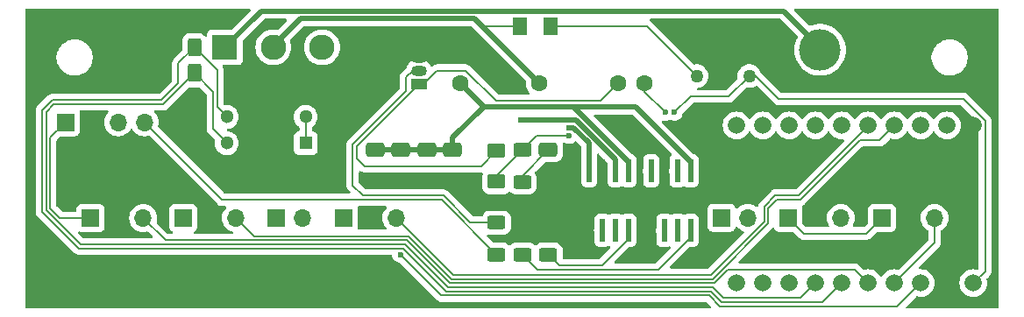
<source format=gtl>
G04 #@! TF.GenerationSoftware,KiCad,Pcbnew,8.0.3*
G04 #@! TF.CreationDate,2025-05-14T17:31:42-04:00*
G04 #@! TF.ProjectId,Sp-I,53702d49-2e6b-4696-9361-645f70636258,rev?*
G04 #@! TF.SameCoordinates,Original*
G04 #@! TF.FileFunction,Copper,L1,Top*
G04 #@! TF.FilePolarity,Positive*
%FSLAX46Y46*%
G04 Gerber Fmt 4.6, Leading zero omitted, Abs format (unit mm)*
G04 Created by KiCad (PCBNEW 8.0.3) date 2025-05-14 17:31:42*
%MOMM*%
%LPD*%
G01*
G04 APERTURE LIST*
G04 Aperture macros list*
%AMRoundRect*
0 Rectangle with rounded corners*
0 $1 Rounding radius*
0 $2 $3 $4 $5 $6 $7 $8 $9 X,Y pos of 4 corners*
0 Add a 4 corners polygon primitive as box body*
4,1,4,$2,$3,$4,$5,$6,$7,$8,$9,$2,$3,0*
0 Add four circle primitives for the rounded corners*
1,1,$1+$1,$2,$3*
1,1,$1+$1,$4,$5*
1,1,$1+$1,$6,$7*
1,1,$1+$1,$8,$9*
0 Add four rect primitives between the rounded corners*
20,1,$1+$1,$2,$3,$4,$5,0*
20,1,$1+$1,$4,$5,$6,$7,0*
20,1,$1+$1,$6,$7,$8,$9,0*
20,1,$1+$1,$8,$9,$2,$3,0*%
G04 Aperture macros list end*
G04 #@! TA.AperFunction,ComponentPad*
%ADD10C,1.270000*%
G04 #@! TD*
G04 #@! TA.AperFunction,ComponentPad*
%ADD11R,1.700000X1.700000*%
G04 #@! TD*
G04 #@! TA.AperFunction,ComponentPad*
%ADD12O,1.700000X1.700000*%
G04 #@! TD*
G04 #@! TA.AperFunction,ComponentPad*
%ADD13C,1.665000*%
G04 #@! TD*
G04 #@! TA.AperFunction,ComponentPad*
%ADD14R,1.300000X1.300000*%
G04 #@! TD*
G04 #@! TA.AperFunction,ComponentPad*
%ADD15C,1.300000*%
G04 #@! TD*
G04 #@! TA.AperFunction,ComponentPad*
%ADD16R,2.450000X2.450000*%
G04 #@! TD*
G04 #@! TA.AperFunction,ComponentPad*
%ADD17C,2.450000*%
G04 #@! TD*
G04 #@! TA.AperFunction,SMDPad,CuDef*
%ADD18R,0.508000X2.209800*%
G04 #@! TD*
G04 #@! TA.AperFunction,SMDPad,CuDef*
%ADD19R,3.098800X2.387600*%
G04 #@! TD*
G04 #@! TA.AperFunction,SMDPad,CuDef*
%ADD20RoundRect,0.250000X0.625000X-0.400000X0.625000X0.400000X-0.625000X0.400000X-0.625000X-0.400000X0*%
G04 #@! TD*
G04 #@! TA.AperFunction,SMDPad,CuDef*
%ADD21RoundRect,0.250000X-0.400000X-0.625000X0.400000X-0.625000X0.400000X0.625000X-0.400000X0.625000X0*%
G04 #@! TD*
G04 #@! TA.AperFunction,ComponentPad*
%ADD22O,1.500000X1.050000*%
G04 #@! TD*
G04 #@! TA.AperFunction,ComponentPad*
%ADD23R,1.500000X1.050000*%
G04 #@! TD*
G04 #@! TA.AperFunction,ComponentPad*
%ADD24C,1.600200*%
G04 #@! TD*
G04 #@! TA.AperFunction,ComponentPad*
%ADD25C,4.000000*%
G04 #@! TD*
G04 #@! TA.AperFunction,ComponentPad*
%ADD26R,3.800000X3.800000*%
G04 #@! TD*
G04 #@! TA.AperFunction,SMDPad,CuDef*
%ADD27RoundRect,0.250001X-0.462499X-0.624999X0.462499X-0.624999X0.462499X0.624999X-0.462499X0.624999X0*%
G04 #@! TD*
G04 #@! TA.AperFunction,SMDPad,CuDef*
%ADD28RoundRect,0.250001X0.624999X-0.462499X0.624999X0.462499X-0.624999X0.462499X-0.624999X-0.462499X0*%
G04 #@! TD*
G04 #@! TA.AperFunction,SMDPad,CuDef*
%ADD29RoundRect,0.250000X-0.650000X0.412500X-0.650000X-0.412500X0.650000X-0.412500X0.650000X0.412500X0*%
G04 #@! TD*
G04 #@! TA.AperFunction,ViaPad*
%ADD30C,0.600000*%
G04 #@! TD*
G04 #@! TA.AperFunction,Conductor*
%ADD31C,0.200000*%
G04 #@! TD*
G04 #@! TA.AperFunction,Conductor*
%ADD32C,0.500000*%
G04 #@! TD*
G04 APERTURE END LIST*
D10*
X170394900Y-127028000D03*
X167854900Y-127028000D03*
X165314900Y-127028000D03*
D11*
X131250000Y-140750000D03*
D12*
X133790000Y-140750000D03*
X136330000Y-140750000D03*
D11*
X124750000Y-140725000D03*
D12*
X127290000Y-140725000D03*
D11*
X167710000Y-140725000D03*
D12*
X170250000Y-140725000D03*
X188290000Y-140750000D03*
X185750000Y-140750000D03*
D11*
X183210000Y-140750000D03*
D12*
X179250000Y-140750000D03*
X176710000Y-140750000D03*
D11*
X174170000Y-140750000D03*
X115750000Y-140750000D03*
D12*
X118290000Y-140750000D03*
X120830000Y-140750000D03*
D13*
X192040000Y-131800000D03*
X189500000Y-147040000D03*
X189500000Y-131800000D03*
X192040000Y-147040000D03*
X186960000Y-147040000D03*
X184420000Y-147040000D03*
X181880000Y-147040000D03*
X179340000Y-147040000D03*
X176800000Y-147040000D03*
X174260000Y-147040000D03*
X171720000Y-147040000D03*
X169180000Y-147040000D03*
X169180000Y-131800000D03*
X171720000Y-131800000D03*
X174260000Y-131800000D03*
X176800000Y-131800000D03*
X179340000Y-131800000D03*
X181880000Y-131800000D03*
X184420000Y-131800000D03*
X186960000Y-131800000D03*
D14*
X127560000Y-133520000D03*
D15*
X127560000Y-130980000D03*
X119940000Y-130980000D03*
X119940000Y-133520000D03*
D16*
X119750000Y-124250000D03*
D17*
X124450000Y-124250000D03*
X129150000Y-124250000D03*
D18*
X160925000Y-141939401D03*
X162195000Y-141939401D03*
X163465000Y-141939401D03*
X164735000Y-141939401D03*
X164735000Y-136189399D03*
X163465000Y-136189399D03*
X162195000Y-136189399D03*
X160925000Y-136189399D03*
D19*
X162830000Y-139064400D03*
D20*
X146000000Y-144300000D03*
X146000000Y-141200000D03*
X148500000Y-137300000D03*
X148500000Y-134200000D03*
X148500000Y-144300000D03*
X148500000Y-141200000D03*
X151000000Y-144300000D03*
X151000000Y-141200000D03*
D21*
X113700000Y-126750000D03*
X116800000Y-126750000D03*
X113700000Y-124250000D03*
X116800000Y-124250000D03*
D22*
X138500000Y-125250000D03*
X138500000Y-126520000D03*
D23*
X138500000Y-127790000D03*
D18*
X154925000Y-141939401D03*
X156195000Y-141939401D03*
X157465000Y-141939401D03*
X158735000Y-141939401D03*
X158735000Y-136189399D03*
X157465000Y-136189399D03*
X156195000Y-136189399D03*
X154925000Y-136189399D03*
D19*
X156830000Y-139064400D03*
D24*
X142510000Y-127744999D03*
X150130000Y-127744999D03*
X157750000Y-127744999D03*
X160290000Y-127744999D03*
D25*
X177250000Y-124500000D03*
D26*
X182250000Y-124500000D03*
D12*
X112000000Y-131500000D03*
X109460000Y-131500000D03*
X106920000Y-131500000D03*
D11*
X104380000Y-131500000D03*
D27*
X148262500Y-122250000D03*
X151237500Y-122250000D03*
D28*
X146000000Y-137237500D03*
X146000000Y-134262500D03*
D29*
X151000000Y-134187500D03*
X151000000Y-137312500D03*
X141750000Y-134187500D03*
X141750000Y-137312500D03*
X139250000Y-134187500D03*
X139250000Y-137312500D03*
X136750000Y-134187500D03*
X136750000Y-137312500D03*
X134250000Y-134187500D03*
X134250000Y-137312500D03*
D12*
X111870000Y-140750000D03*
X109330000Y-140750000D03*
D11*
X106790000Y-140750000D03*
D30*
X162321758Y-130550000D03*
X153010134Y-132798967D03*
X136710148Y-144300000D03*
X163170285Y-130550000D03*
X151000000Y-134187500D03*
X146000000Y-144300000D03*
X156195000Y-141939401D03*
X157465000Y-141939401D03*
X163465000Y-141939401D03*
X162195000Y-141939401D03*
X160925000Y-136189399D03*
X163465000Y-136189399D03*
X148310951Y-131250000D03*
X152969440Y-132000000D03*
X101000000Y-133000000D03*
D31*
X156195000Y-138429400D02*
X156830000Y-139064400D01*
X156195000Y-136189399D02*
X156195000Y-138429400D01*
X162300000Y-130550000D02*
X160290000Y-128540000D01*
X160290000Y-128540000D02*
X160290000Y-127744999D01*
X162321758Y-130550000D02*
X162300000Y-130550000D01*
X149901033Y-132798967D02*
X153010134Y-132798967D01*
X148500000Y-134200000D02*
X149901033Y-132798967D01*
X102900000Y-139834314D02*
X102900000Y-132980000D01*
X103815686Y-140750000D02*
X102900000Y-139834314D01*
X102900000Y-132980000D02*
X104380000Y-131500000D01*
X106790000Y-140750000D02*
X103815686Y-140750000D01*
X140660148Y-148250000D02*
X136710148Y-144300000D01*
X166518628Y-148250000D02*
X140660148Y-148250000D01*
X167568628Y-149300000D02*
X166518628Y-148250000D01*
X184700000Y-149300000D02*
X167568628Y-149300000D01*
X186960000Y-147040000D02*
X184700000Y-149300000D01*
X143465686Y-141200000D02*
X146000000Y-141200000D01*
X133100000Y-138600000D02*
X140865686Y-138600000D01*
X132100000Y-137600000D02*
X133100000Y-138600000D01*
X140865686Y-138600000D02*
X143465686Y-141200000D01*
X137250000Y-128474314D02*
X132100000Y-133624314D01*
X137895000Y-126520000D02*
X137250000Y-127165000D01*
X137250000Y-127165000D02*
X137250000Y-128474314D01*
X138500000Y-126520000D02*
X137895000Y-126520000D01*
X132100000Y-133624314D02*
X132100000Y-137600000D01*
X132500000Y-135000000D02*
X132500000Y-133790000D01*
X133250000Y-135750000D02*
X132500000Y-135000000D01*
X144512500Y-135750000D02*
X133250000Y-135750000D01*
X132500000Y-133790000D02*
X138500000Y-127790000D01*
X146000000Y-134262500D02*
X144512500Y-135750000D01*
X146000000Y-136700000D02*
X148500000Y-134200000D01*
X146000000Y-137237500D02*
X146000000Y-136700000D01*
X168422900Y-129000000D02*
X170394900Y-127028000D01*
X164720285Y-129000000D02*
X168422900Y-129000000D01*
X163170285Y-130550000D02*
X164720285Y-129000000D01*
X148500000Y-136687500D02*
X151000000Y-134187500D01*
X148500000Y-137300000D02*
X148500000Y-136687500D01*
D32*
X153416601Y-132000000D02*
X152969440Y-132000000D01*
X154925000Y-133508399D02*
X153416601Y-132000000D01*
X154925000Y-136189399D02*
X154925000Y-133508399D01*
X157465000Y-135058449D02*
X153656551Y-131250000D01*
X157465000Y-136189399D02*
X157465000Y-135058449D01*
X153656551Y-131250000D02*
X148310951Y-131250000D01*
D31*
X175670000Y-142250000D02*
X174170000Y-140750000D01*
X183210000Y-140750000D02*
X181710000Y-142250000D01*
X181710000Y-142250000D02*
X175670000Y-142250000D01*
X115250000Y-125800000D02*
X116800000Y-124250000D01*
X115250000Y-127734314D02*
X115250000Y-125800000D01*
X102100000Y-130334314D02*
X103084314Y-129350000D01*
X103084314Y-129350000D02*
X113634314Y-129350000D01*
X102100000Y-140165686D02*
X102100000Y-130334314D01*
X113634314Y-129350000D02*
X115250000Y-127734314D01*
X105634314Y-143700000D02*
X102100000Y-140165686D01*
X137017256Y-143700000D02*
X105634314Y-143700000D01*
X141167256Y-147850000D02*
X137017256Y-143700000D01*
X167734314Y-148900000D02*
X166684314Y-147850000D01*
X166684314Y-147850000D02*
X141167256Y-147850000D01*
X177480000Y-148900000D02*
X167734314Y-148900000D01*
X179340000Y-147040000D02*
X177480000Y-148900000D01*
X113800000Y-129750000D02*
X116800000Y-126750000D01*
X103250000Y-129750000D02*
X113800000Y-129750000D01*
X102500000Y-130500000D02*
X103250000Y-129750000D01*
X137182942Y-143300000D02*
X105800000Y-143300000D01*
X166850000Y-147450000D02*
X141332942Y-147450000D01*
X102500000Y-140000000D02*
X102500000Y-130500000D01*
X105800000Y-143300000D02*
X102500000Y-140000000D01*
X167900000Y-148500000D02*
X166850000Y-147450000D01*
X141332942Y-147450000D02*
X137182942Y-143300000D01*
X175340000Y-148500000D02*
X167900000Y-148500000D01*
X176800000Y-147040000D02*
X175340000Y-148500000D01*
X119500000Y-139000000D02*
X140700000Y-139000000D01*
X140700000Y-139000000D02*
X146000000Y-144300000D01*
X112000000Y-131500000D02*
X119500000Y-139000000D01*
X180590000Y-145750000D02*
X181880000Y-147040000D01*
X168315686Y-145750000D02*
X180590000Y-145750000D01*
X167015686Y-147050000D02*
X168315686Y-145750000D01*
X137348628Y-142900000D02*
X141498628Y-147050000D01*
X114020000Y-142900000D02*
X137348628Y-142900000D01*
X111870000Y-140750000D02*
X114020000Y-142900000D01*
X141498628Y-147050000D02*
X167015686Y-147050000D01*
X181065686Y-133250000D02*
X182970000Y-133250000D01*
X175315686Y-139000000D02*
X181065686Y-133250000D01*
X172250000Y-139815686D02*
X173065686Y-139000000D01*
X173065686Y-139000000D02*
X175315686Y-139000000D01*
X166850000Y-146650000D02*
X172250000Y-141250000D01*
X141664314Y-146650000D02*
X166850000Y-146650000D01*
X137514314Y-142500000D02*
X141664314Y-146650000D01*
X122580000Y-142500000D02*
X137514314Y-142500000D01*
X172250000Y-141250000D02*
X172250000Y-139815686D01*
X182970000Y-133250000D02*
X184420000Y-131800000D01*
X120830000Y-140750000D02*
X122580000Y-142500000D01*
X171850000Y-139650000D02*
X171850000Y-141084314D01*
X171850000Y-141084314D02*
X166684314Y-146250000D01*
X166684314Y-146250000D02*
X141830000Y-146250000D01*
X181880000Y-131870000D02*
X175150000Y-138600000D01*
X172900000Y-138600000D02*
X171850000Y-139650000D01*
X141830000Y-146250000D02*
X136330000Y-140750000D01*
X181880000Y-131800000D02*
X181880000Y-131870000D01*
X175150000Y-138600000D02*
X172900000Y-138600000D01*
X158735000Y-142790301D02*
X158735000Y-141939401D01*
X156175301Y-145350000D02*
X158735000Y-142790301D01*
X152050000Y-145350000D02*
X156175301Y-145350000D01*
X151000000Y-144300000D02*
X152050000Y-145350000D01*
X161613301Y-145750000D02*
X164735000Y-142628301D01*
X149950000Y-145750000D02*
X161613301Y-145750000D01*
X164735000Y-142628301D02*
X164735000Y-141939401D01*
X148500000Y-144300000D02*
X149950000Y-145750000D01*
X188290000Y-140750000D02*
X188290000Y-143170000D01*
X188290000Y-143170000D02*
X184420000Y-147040000D01*
X179250000Y-131890000D02*
X179340000Y-131800000D01*
D32*
X141750000Y-134187500D02*
X141750000Y-133015001D01*
X141750000Y-133015001D02*
X144765001Y-130000000D01*
X159396501Y-130000000D02*
X153396501Y-130000000D01*
X164735000Y-135338499D02*
X159396501Y-130000000D01*
X164735000Y-136189399D02*
X164735000Y-135338499D01*
X153396501Y-130000000D02*
X148600900Y-130000000D01*
X158735000Y-135338499D02*
X153396501Y-130000000D01*
X158735000Y-136189399D02*
X158735000Y-135338499D01*
D31*
X145950000Y-129450000D02*
X156044999Y-129450000D01*
X156044999Y-129450000D02*
X157750000Y-127744999D01*
X143000000Y-126500000D02*
X145950000Y-129450000D01*
X138960000Y-127790000D02*
X140250000Y-126500000D01*
X138500000Y-127790000D02*
X138960000Y-127790000D01*
X140250000Y-126500000D02*
X143000000Y-126500000D01*
X118600000Y-132140000D02*
X119940000Y-133480000D01*
X119940000Y-133480000D02*
X119940000Y-133520000D01*
X116800000Y-126750000D02*
X118600000Y-128550000D01*
X118600000Y-128550000D02*
X118600000Y-132140000D01*
X119000000Y-130000000D02*
X119000000Y-126450000D01*
X119940000Y-130940000D02*
X119000000Y-130000000D01*
X119940000Y-130980000D02*
X119940000Y-130940000D01*
X119000000Y-126450000D02*
X116800000Y-124250000D01*
X127560000Y-133520000D02*
X127560000Y-130980000D01*
X174445000Y-140765000D02*
X174460000Y-140750000D01*
D32*
X139250000Y-134187500D02*
X141750000Y-134187500D01*
X136750000Y-134187500D02*
X139250000Y-134187500D01*
X134250000Y-134187500D02*
X136750000Y-134187500D01*
D31*
X162195000Y-142790301D02*
X162195000Y-141939401D01*
D32*
X144765001Y-130000000D02*
X148600900Y-130000000D01*
X142510000Y-127744999D02*
X144765001Y-130000000D01*
D31*
X171028000Y-127028000D02*
X173250000Y-129250000D01*
X170394900Y-127028000D02*
X171028000Y-127028000D01*
X160536900Y-122250000D02*
X165314900Y-127028000D01*
X151237500Y-122250000D02*
X160536900Y-122250000D01*
X144550000Y-122250000D02*
X143750000Y-121450000D01*
X148262500Y-122250000D02*
X144550000Y-122250000D01*
D32*
X143835001Y-121450000D02*
X143750000Y-121450000D01*
X127050000Y-121450000D02*
X143750000Y-121450000D01*
X150130000Y-127744999D02*
X143835001Y-121450000D01*
X124450000Y-124050000D02*
X127050000Y-121450000D01*
X124450000Y-124250000D02*
X124450000Y-124050000D01*
X123250000Y-120750000D02*
X119750000Y-124250000D01*
X173750000Y-120750000D02*
X123250000Y-120750000D01*
X177500000Y-124500000D02*
X173750000Y-120750000D01*
D31*
X193172500Y-145907500D02*
X192040000Y-147040000D01*
X193172500Y-131330903D02*
X193172500Y-145907500D01*
X175500000Y-129250000D02*
X191091597Y-129250000D01*
X191091597Y-129250000D02*
X193172500Y-131330903D01*
X173250000Y-129250000D02*
X175500000Y-129250000D01*
X173530799Y-129250000D02*
X173250000Y-129250000D01*
G04 #@! TA.AperFunction,Conductor*
G36*
X122205810Y-120520185D02*
G01*
X122251565Y-120572989D01*
X122261509Y-120642147D01*
X122232484Y-120705703D01*
X122226452Y-120712181D01*
X120450450Y-122488181D01*
X120389127Y-122521666D01*
X120362769Y-122524500D01*
X118477129Y-122524500D01*
X118477123Y-122524501D01*
X118417516Y-122530908D01*
X118282671Y-122581202D01*
X118282664Y-122581206D01*
X118167455Y-122667452D01*
X118167452Y-122667455D01*
X118081206Y-122782664D01*
X118081202Y-122782671D01*
X118030908Y-122917517D01*
X118024501Y-122977116D01*
X118024500Y-122977135D01*
X118024500Y-123094894D01*
X118004815Y-123161933D01*
X117952011Y-123207688D01*
X117882853Y-123217632D01*
X117819297Y-123188607D01*
X117794961Y-123159991D01*
X117792712Y-123156344D01*
X117668656Y-123032288D01*
X117519334Y-122940186D01*
X117352797Y-122885001D01*
X117352795Y-122885000D01*
X117250010Y-122874500D01*
X116349998Y-122874500D01*
X116349980Y-122874501D01*
X116247203Y-122885000D01*
X116247200Y-122885001D01*
X116080668Y-122940185D01*
X116080663Y-122940187D01*
X115931342Y-123032289D01*
X115807289Y-123156342D01*
X115715187Y-123305663D01*
X115715185Y-123305668D01*
X115687349Y-123389670D01*
X115660001Y-123472203D01*
X115660001Y-123472204D01*
X115660000Y-123472204D01*
X115649500Y-123574983D01*
X115649500Y-124499902D01*
X115629815Y-124566941D01*
X115613181Y-124587583D01*
X114769481Y-125431282D01*
X114769479Y-125431285D01*
X114732984Y-125494498D01*
X114732983Y-125494500D01*
X114690423Y-125568214D01*
X114690423Y-125568215D01*
X114649499Y-125720943D01*
X114649499Y-125720945D01*
X114649499Y-125889046D01*
X114649500Y-125889059D01*
X114649500Y-127434217D01*
X114629815Y-127501256D01*
X114613181Y-127521898D01*
X113421898Y-128713181D01*
X113360575Y-128746666D01*
X113334217Y-128749500D01*
X103005256Y-128749500D01*
X102852530Y-128790422D01*
X102809095Y-128815500D01*
X102809094Y-128815499D01*
X102715601Y-128869477D01*
X102715596Y-128869481D01*
X101619481Y-129965596D01*
X101619477Y-129965601D01*
X101572057Y-130047737D01*
X101572057Y-130047738D01*
X101540423Y-130102528D01*
X101526781Y-130153438D01*
X101499499Y-130255257D01*
X101499499Y-130255259D01*
X101499499Y-130423360D01*
X101499500Y-130423373D01*
X101499500Y-140079016D01*
X101499499Y-140079034D01*
X101499499Y-140244740D01*
X101499498Y-140244740D01*
X101540423Y-140397472D01*
X101551227Y-140416183D01*
X101551228Y-140416188D01*
X101551229Y-140416188D01*
X101619475Y-140534395D01*
X101619481Y-140534403D01*
X101738349Y-140653271D01*
X101738354Y-140653275D01*
X105265598Y-144180520D01*
X105402529Y-144259577D01*
X105555257Y-144300501D01*
X105555260Y-144300501D01*
X105720968Y-144300501D01*
X105720984Y-144300500D01*
X135793826Y-144300500D01*
X135860865Y-144320185D01*
X135906620Y-144372989D01*
X135917046Y-144410617D01*
X135924778Y-144479249D01*
X135984358Y-144649521D01*
X136080332Y-144802262D01*
X136207886Y-144929816D01*
X136360626Y-145025789D01*
X136530893Y-145085368D01*
X136617817Y-145095161D01*
X136682228Y-145122226D01*
X136691612Y-145130699D01*
X140291432Y-148730520D01*
X140291434Y-148730521D01*
X140291438Y-148730524D01*
X140428357Y-148809573D01*
X140428364Y-148809577D01*
X140581091Y-148850501D01*
X140581093Y-148850501D01*
X140746802Y-148850501D01*
X140746818Y-148850500D01*
X166218531Y-148850500D01*
X166285570Y-148870185D01*
X166306212Y-148886819D01*
X166707212Y-149287819D01*
X166740697Y-149349142D01*
X166735713Y-149418834D01*
X166693841Y-149474767D01*
X166628377Y-149499184D01*
X166619531Y-149499500D01*
X100624500Y-149499500D01*
X100557461Y-149479815D01*
X100511706Y-149427011D01*
X100500500Y-149375500D01*
X100500500Y-125135258D01*
X103499500Y-125135258D01*
X103499500Y-125364741D01*
X103520320Y-125522873D01*
X103529452Y-125592238D01*
X103588842Y-125813887D01*
X103676650Y-126025876D01*
X103676656Y-126025888D01*
X103785891Y-126215090D01*
X103791392Y-126224617D01*
X103931081Y-126406661D01*
X103931089Y-126406670D01*
X104093330Y-126568911D01*
X104093338Y-126568918D01*
X104275382Y-126708607D01*
X104275385Y-126708608D01*
X104275388Y-126708611D01*
X104474112Y-126823344D01*
X104474117Y-126823346D01*
X104474123Y-126823349D01*
X104565480Y-126861190D01*
X104686113Y-126911158D01*
X104907762Y-126970548D01*
X105135266Y-127000500D01*
X105135273Y-127000500D01*
X105364727Y-127000500D01*
X105364734Y-127000500D01*
X105592238Y-126970548D01*
X105813887Y-126911158D01*
X106025888Y-126823344D01*
X106224612Y-126708611D01*
X106406661Y-126568919D01*
X106406665Y-126568914D01*
X106406670Y-126568911D01*
X106568911Y-126406670D01*
X106568914Y-126406665D01*
X106568919Y-126406661D01*
X106708611Y-126224612D01*
X106823344Y-126025888D01*
X106911158Y-125813887D01*
X106970548Y-125592238D01*
X107000500Y-125364734D01*
X107000500Y-125135266D01*
X106970548Y-124907762D01*
X106911158Y-124686113D01*
X106837335Y-124507888D01*
X106823349Y-124474123D01*
X106823346Y-124474117D01*
X106823344Y-124474112D01*
X106708611Y-124275388D01*
X106708608Y-124275385D01*
X106708607Y-124275382D01*
X106568918Y-124093338D01*
X106568911Y-124093330D01*
X106406670Y-123931089D01*
X106406661Y-123931081D01*
X106224617Y-123791392D01*
X106025890Y-123676657D01*
X106025876Y-123676650D01*
X105813887Y-123588842D01*
X105772248Y-123577685D01*
X105592238Y-123529452D01*
X105554215Y-123524446D01*
X105364741Y-123499500D01*
X105364734Y-123499500D01*
X105135266Y-123499500D01*
X105135258Y-123499500D01*
X104918715Y-123528009D01*
X104907762Y-123529452D01*
X104832762Y-123549548D01*
X104686112Y-123588842D01*
X104474123Y-123676650D01*
X104474109Y-123676657D01*
X104275382Y-123791392D01*
X104093338Y-123931081D01*
X103931081Y-124093338D01*
X103791392Y-124275382D01*
X103676657Y-124474109D01*
X103676650Y-124474123D01*
X103588842Y-124686112D01*
X103529453Y-124907759D01*
X103529451Y-124907770D01*
X103499500Y-125135258D01*
X100500500Y-125135258D01*
X100500500Y-120624500D01*
X100520185Y-120557461D01*
X100572989Y-120511706D01*
X100624500Y-120500500D01*
X122138771Y-120500500D01*
X122205810Y-120520185D01*
G37*
G04 #@! TD.AperFunction*
G04 #@! TA.AperFunction,Conductor*
G36*
X194442539Y-120520185D02*
G01*
X194488294Y-120572989D01*
X194499500Y-120624500D01*
X194499500Y-149375500D01*
X194479815Y-149442539D01*
X194427011Y-149488294D01*
X194375500Y-149499500D01*
X185649097Y-149499500D01*
X185582058Y-149479815D01*
X185536303Y-149427011D01*
X185526359Y-149357853D01*
X185555384Y-149294297D01*
X185561416Y-149287819D01*
X185998735Y-148850500D01*
X186490759Y-148358475D01*
X186552080Y-148324992D01*
X186610531Y-148326383D01*
X186652784Y-148337704D01*
X186727643Y-148357763D01*
X186912898Y-148373971D01*
X186959999Y-148378092D01*
X186960000Y-148378092D01*
X186960001Y-148378092D01*
X187007102Y-148373971D01*
X187192357Y-148357763D01*
X187417654Y-148297395D01*
X187629046Y-148198822D01*
X187820109Y-148065038D01*
X187985038Y-147900109D01*
X188118822Y-147709046D01*
X188217395Y-147497654D01*
X188277763Y-147272357D01*
X188298092Y-147040000D01*
X188277763Y-146807643D01*
X188217395Y-146582346D01*
X188118822Y-146370954D01*
X187985038Y-146179891D01*
X187820109Y-146014962D01*
X187629046Y-145881178D01*
X187629042Y-145881176D01*
X187417660Y-145782607D01*
X187417646Y-145782602D01*
X187192362Y-145722238D01*
X187192352Y-145722236D01*
X186960001Y-145701908D01*
X186959997Y-145701908D01*
X186912901Y-145706028D01*
X186844402Y-145692261D01*
X186794219Y-145643645D01*
X186778286Y-145575617D01*
X186801662Y-145509773D01*
X186814408Y-145494825D01*
X188648506Y-143660728D01*
X188648511Y-143660724D01*
X188658714Y-143650520D01*
X188658716Y-143650520D01*
X188770520Y-143538716D01*
X188849577Y-143401784D01*
X188884668Y-143270821D01*
X188890500Y-143249058D01*
X188890500Y-143090943D01*
X188890500Y-142039090D01*
X188910185Y-141972051D01*
X188962101Y-141926706D01*
X188967830Y-141924035D01*
X189161401Y-141788495D01*
X189328495Y-141621401D01*
X189464035Y-141427830D01*
X189563903Y-141213663D01*
X189625063Y-140985408D01*
X189645659Y-140750000D01*
X189625063Y-140514592D01*
X189563903Y-140286337D01*
X189464035Y-140072171D01*
X189448162Y-140049501D01*
X189328494Y-139878597D01*
X189161402Y-139711506D01*
X189161395Y-139711501D01*
X188967834Y-139575967D01*
X188967830Y-139575965D01*
X188932677Y-139559573D01*
X188753663Y-139476097D01*
X188753659Y-139476096D01*
X188753655Y-139476094D01*
X188525413Y-139414938D01*
X188525403Y-139414936D01*
X188290001Y-139394341D01*
X188289999Y-139394341D01*
X188054596Y-139414936D01*
X188054586Y-139414938D01*
X187826344Y-139476094D01*
X187826335Y-139476098D01*
X187612171Y-139575964D01*
X187612169Y-139575965D01*
X187418597Y-139711505D01*
X187251505Y-139878597D01*
X187115965Y-140072169D01*
X187115964Y-140072171D01*
X187016098Y-140286335D01*
X187016094Y-140286344D01*
X186954938Y-140514586D01*
X186954936Y-140514596D01*
X186934341Y-140749999D01*
X186934341Y-140750000D01*
X186954936Y-140985403D01*
X186954938Y-140985413D01*
X187016094Y-141213655D01*
X187016096Y-141213659D01*
X187016097Y-141213663D01*
X187080053Y-141350816D01*
X187115965Y-141427830D01*
X187115967Y-141427834D01*
X187180911Y-141520583D01*
X187251505Y-141621401D01*
X187418599Y-141788495D01*
X187515384Y-141856265D01*
X187612165Y-141924032D01*
X187612167Y-141924033D01*
X187612170Y-141924035D01*
X187617898Y-141926706D01*
X187670339Y-141972872D01*
X187689500Y-142039090D01*
X187689500Y-142869902D01*
X187669815Y-142936941D01*
X187653181Y-142957583D01*
X184889241Y-145721522D01*
X184827918Y-145755007D01*
X184769467Y-145753616D01*
X184652362Y-145722238D01*
X184652352Y-145722236D01*
X184420001Y-145701908D01*
X184419999Y-145701908D01*
X184187647Y-145722236D01*
X184187637Y-145722238D01*
X183962353Y-145782602D01*
X183962339Y-145782607D01*
X183750957Y-145881176D01*
X183750955Y-145881177D01*
X183750954Y-145881178D01*
X183559891Y-146014962D01*
X183559889Y-146014963D01*
X183559886Y-146014966D01*
X183394966Y-146179886D01*
X183261177Y-146370955D01*
X183258473Y-146375640D01*
X183256824Y-146374688D01*
X183216199Y-146420818D01*
X183149003Y-146439963D01*
X183082124Y-146419740D01*
X183043115Y-146374722D01*
X183041527Y-146375640D01*
X183038822Y-146370955D01*
X183038822Y-146370954D01*
X182905038Y-146179891D01*
X182740109Y-146014962D01*
X182549046Y-145881178D01*
X182549042Y-145881176D01*
X182337660Y-145782607D01*
X182337646Y-145782602D01*
X182112362Y-145722238D01*
X182112352Y-145722236D01*
X181880001Y-145701908D01*
X181879999Y-145701908D01*
X181647647Y-145722236D01*
X181647634Y-145722239D01*
X181530530Y-145753616D01*
X181460681Y-145751953D01*
X181410757Y-145721522D01*
X181077590Y-145388355D01*
X181077588Y-145388352D01*
X180958717Y-145269481D01*
X180958716Y-145269480D01*
X180871904Y-145219360D01*
X180871904Y-145219359D01*
X180871900Y-145219358D01*
X180821785Y-145190423D01*
X180669057Y-145149499D01*
X180510943Y-145149499D01*
X180503347Y-145149499D01*
X180503331Y-145149500D01*
X169499097Y-145149500D01*
X169432058Y-145129815D01*
X169386303Y-145077011D01*
X169376359Y-145007853D01*
X169405384Y-144944297D01*
X169411416Y-144937819D01*
X170168718Y-144180517D01*
X172618713Y-141730521D01*
X172618716Y-141730520D01*
X172639448Y-141709787D01*
X172700767Y-141676304D01*
X172770459Y-141681288D01*
X172826393Y-141723158D01*
X172843309Y-141754137D01*
X172876202Y-141842328D01*
X172876206Y-141842335D01*
X172962452Y-141957544D01*
X172962455Y-141957547D01*
X173077664Y-142043793D01*
X173077671Y-142043797D01*
X173212517Y-142094091D01*
X173212516Y-142094091D01*
X173219444Y-142094835D01*
X173272127Y-142100500D01*
X174619902Y-142100499D01*
X174686941Y-142120184D01*
X174707583Y-142136818D01*
X175185139Y-142614374D01*
X175185149Y-142614385D01*
X175189479Y-142618715D01*
X175189480Y-142618716D01*
X175301284Y-142730520D01*
X175301286Y-142730521D01*
X175301290Y-142730524D01*
X175438209Y-142809573D01*
X175438216Y-142809577D01*
X175550019Y-142839534D01*
X175590942Y-142850500D01*
X175590943Y-142850500D01*
X181623331Y-142850500D01*
X181623347Y-142850501D01*
X181630943Y-142850501D01*
X181789054Y-142850501D01*
X181789057Y-142850501D01*
X181941785Y-142809577D01*
X181991904Y-142780639D01*
X182078716Y-142730520D01*
X182190520Y-142618716D01*
X182190520Y-142618714D01*
X182200728Y-142608507D01*
X182200730Y-142608504D01*
X182672416Y-142136818D01*
X182733739Y-142103333D01*
X182760097Y-142100499D01*
X184107871Y-142100499D01*
X184107872Y-142100499D01*
X184167483Y-142094091D01*
X184302331Y-142043796D01*
X184417546Y-141957546D01*
X184503796Y-141842331D01*
X184554091Y-141707483D01*
X184560500Y-141647873D01*
X184560499Y-139852128D01*
X184554091Y-139792517D01*
X184544766Y-139767516D01*
X184503797Y-139657671D01*
X184503793Y-139657664D01*
X184417547Y-139542455D01*
X184417544Y-139542452D01*
X184302335Y-139456206D01*
X184302328Y-139456202D01*
X184167482Y-139405908D01*
X184167483Y-139405908D01*
X184107883Y-139399501D01*
X184107881Y-139399500D01*
X184107873Y-139399500D01*
X184107864Y-139399500D01*
X182312129Y-139399500D01*
X182312123Y-139399501D01*
X182252516Y-139405908D01*
X182117671Y-139456202D01*
X182117664Y-139456206D01*
X182002455Y-139542452D01*
X182002452Y-139542455D01*
X181916206Y-139657664D01*
X181916202Y-139657671D01*
X181865908Y-139792517D01*
X181862187Y-139827135D01*
X181859501Y-139852123D01*
X181859500Y-139852135D01*
X181859500Y-141199902D01*
X181839815Y-141266941D01*
X181823181Y-141287583D01*
X181497584Y-141613181D01*
X181436261Y-141646666D01*
X181409903Y-141649500D01*
X180507022Y-141649500D01*
X180439983Y-141629815D01*
X180394228Y-141577011D01*
X180384284Y-141507853D01*
X180405447Y-141454377D01*
X180424032Y-141427834D01*
X180424031Y-141427834D01*
X180424035Y-141427830D01*
X180523903Y-141213663D01*
X180585063Y-140985408D01*
X180605659Y-140750000D01*
X180585063Y-140514592D01*
X180523903Y-140286337D01*
X180424035Y-140072171D01*
X180408162Y-140049501D01*
X180288494Y-139878597D01*
X180121402Y-139711506D01*
X180121395Y-139711501D01*
X179927834Y-139575967D01*
X179927830Y-139575965D01*
X179892677Y-139559573D01*
X179713663Y-139476097D01*
X179713659Y-139476096D01*
X179713655Y-139476094D01*
X179485413Y-139414938D01*
X179485403Y-139414936D01*
X179250001Y-139394341D01*
X179249999Y-139394341D01*
X179014596Y-139414936D01*
X179014586Y-139414938D01*
X178786344Y-139476094D01*
X178786335Y-139476098D01*
X178572171Y-139575964D01*
X178572169Y-139575965D01*
X178378597Y-139711505D01*
X178211505Y-139878597D01*
X178075965Y-140072169D01*
X178075964Y-140072171D01*
X177976098Y-140286335D01*
X177976094Y-140286344D01*
X177914938Y-140514586D01*
X177914936Y-140514596D01*
X177894341Y-140749999D01*
X177894341Y-140750000D01*
X177914936Y-140985403D01*
X177914938Y-140985413D01*
X177976094Y-141213655D01*
X177976096Y-141213659D01*
X177976097Y-141213663D01*
X178040053Y-141350816D01*
X178075965Y-141427830D01*
X178075967Y-141427834D01*
X178094553Y-141454377D01*
X178116880Y-141520583D01*
X178099870Y-141588350D01*
X178048922Y-141636163D01*
X177992978Y-141649500D01*
X175970097Y-141649500D01*
X175903058Y-141629815D01*
X175882416Y-141613181D01*
X175556818Y-141287583D01*
X175523333Y-141226260D01*
X175520499Y-141199902D01*
X175520499Y-139852129D01*
X175520498Y-139852123D01*
X175520497Y-139852116D01*
X175514091Y-139792517D01*
X175504766Y-139767516D01*
X175485116Y-139714830D01*
X175480132Y-139645138D01*
X175513617Y-139583815D01*
X175541379Y-139565282D01*
X175540432Y-139563641D01*
X175577127Y-139542455D01*
X175616919Y-139519481D01*
X175684402Y-139480520D01*
X175796206Y-139368716D01*
X175796206Y-139368714D01*
X175806410Y-139358511D01*
X175806413Y-139358506D01*
X181278102Y-133886819D01*
X181339425Y-133853334D01*
X181365783Y-133850500D01*
X182883331Y-133850500D01*
X182883347Y-133850501D01*
X182890943Y-133850501D01*
X183049054Y-133850501D01*
X183049057Y-133850501D01*
X183201785Y-133809577D01*
X183251904Y-133780639D01*
X183338716Y-133730520D01*
X183450520Y-133618716D01*
X183450520Y-133618714D01*
X183460728Y-133608507D01*
X183460729Y-133608504D01*
X183950759Y-133118475D01*
X184012080Y-133084992D01*
X184070531Y-133086383D01*
X184112784Y-133097704D01*
X184187643Y-133117763D01*
X184373528Y-133134026D01*
X184419999Y-133138092D01*
X184420000Y-133138092D01*
X184420001Y-133138092D01*
X184458726Y-133134703D01*
X184652357Y-133117763D01*
X184877654Y-133057395D01*
X185089046Y-132958822D01*
X185280109Y-132825038D01*
X185445038Y-132660109D01*
X185578822Y-132469046D01*
X185578826Y-132469035D01*
X185581527Y-132464360D01*
X185583179Y-132465313D01*
X185623784Y-132419192D01*
X185690976Y-132400036D01*
X185757859Y-132420248D01*
X185796879Y-132465280D01*
X185798473Y-132464360D01*
X185801176Y-132469042D01*
X185801178Y-132469046D01*
X185934962Y-132660109D01*
X186099891Y-132825038D01*
X186290954Y-132958822D01*
X186407528Y-133013181D01*
X186502339Y-133057392D01*
X186502341Y-133057392D01*
X186502346Y-133057395D01*
X186502351Y-133057396D01*
X186502353Y-133057397D01*
X186556578Y-133071926D01*
X186727643Y-133117763D01*
X186913528Y-133134026D01*
X186959999Y-133138092D01*
X186960000Y-133138092D01*
X186960001Y-133138092D01*
X186998726Y-133134703D01*
X187192357Y-133117763D01*
X187417654Y-133057395D01*
X187629046Y-132958822D01*
X187820109Y-132825038D01*
X187985038Y-132660109D01*
X188118822Y-132469046D01*
X188118826Y-132469035D01*
X188121527Y-132464360D01*
X188123179Y-132465313D01*
X188163784Y-132419192D01*
X188230976Y-132400036D01*
X188297859Y-132420248D01*
X188336879Y-132465280D01*
X188338473Y-132464360D01*
X188341176Y-132469042D01*
X188341178Y-132469046D01*
X188474962Y-132660109D01*
X188639891Y-132825038D01*
X188830954Y-132958822D01*
X188947528Y-133013181D01*
X189042339Y-133057392D01*
X189042341Y-133057392D01*
X189042346Y-133057395D01*
X189042351Y-133057396D01*
X189042353Y-133057397D01*
X189096578Y-133071926D01*
X189267643Y-133117763D01*
X189453528Y-133134026D01*
X189499999Y-133138092D01*
X189500000Y-133138092D01*
X189500001Y-133138092D01*
X189538726Y-133134703D01*
X189732357Y-133117763D01*
X189957654Y-133057395D01*
X190169046Y-132958822D01*
X190360109Y-132825038D01*
X190525038Y-132660109D01*
X190658822Y-132469046D01*
X190757395Y-132257654D01*
X190817763Y-132032357D01*
X190838092Y-131800000D01*
X190817763Y-131567643D01*
X190757395Y-131342346D01*
X190658822Y-131130954D01*
X190525038Y-130939891D01*
X190360109Y-130774962D01*
X190169046Y-130641178D01*
X190169042Y-130641176D01*
X189957660Y-130542607D01*
X189957646Y-130542602D01*
X189732362Y-130482238D01*
X189732352Y-130482236D01*
X189500001Y-130461908D01*
X189499999Y-130461908D01*
X189267647Y-130482236D01*
X189267637Y-130482238D01*
X189042353Y-130542602D01*
X189042339Y-130542607D01*
X188830957Y-130641176D01*
X188830955Y-130641177D01*
X188830954Y-130641178D01*
X188639891Y-130774962D01*
X188639889Y-130774963D01*
X188639886Y-130774966D01*
X188474966Y-130939886D01*
X188474963Y-130939889D01*
X188474962Y-130939891D01*
X188407431Y-131036335D01*
X188341177Y-131130955D01*
X188338473Y-131135640D01*
X188336824Y-131134688D01*
X188296199Y-131180818D01*
X188229003Y-131199963D01*
X188162124Y-131179740D01*
X188123115Y-131134722D01*
X188121527Y-131135640D01*
X188118822Y-131130955D01*
X188118822Y-131130954D01*
X187985038Y-130939891D01*
X187820109Y-130774962D01*
X187629046Y-130641178D01*
X187629042Y-130641176D01*
X187417660Y-130542607D01*
X187417646Y-130542602D01*
X187192362Y-130482238D01*
X187192352Y-130482236D01*
X186960001Y-130461908D01*
X186959999Y-130461908D01*
X186727647Y-130482236D01*
X186727637Y-130482238D01*
X186502353Y-130542602D01*
X186502339Y-130542607D01*
X186290957Y-130641176D01*
X186290955Y-130641177D01*
X186290954Y-130641178D01*
X186099891Y-130774962D01*
X186099889Y-130774963D01*
X186099886Y-130774966D01*
X185934966Y-130939886D01*
X185934963Y-130939889D01*
X185934962Y-130939891D01*
X185867431Y-131036335D01*
X185801177Y-131130955D01*
X185798473Y-131135640D01*
X185796824Y-131134688D01*
X185756199Y-131180818D01*
X185689003Y-131199963D01*
X185622124Y-131179740D01*
X185583115Y-131134722D01*
X185581527Y-131135640D01*
X185578822Y-131130955D01*
X185578822Y-131130954D01*
X185445038Y-130939891D01*
X185280109Y-130774962D01*
X185089046Y-130641178D01*
X185089042Y-130641176D01*
X184877660Y-130542607D01*
X184877646Y-130542602D01*
X184652362Y-130482238D01*
X184652352Y-130482236D01*
X184420001Y-130461908D01*
X184419999Y-130461908D01*
X184187647Y-130482236D01*
X184187637Y-130482238D01*
X183962353Y-130542602D01*
X183962339Y-130542607D01*
X183750957Y-130641176D01*
X183750955Y-130641177D01*
X183750954Y-130641178D01*
X183559891Y-130774962D01*
X183559889Y-130774963D01*
X183559886Y-130774966D01*
X183394966Y-130939886D01*
X183394963Y-130939889D01*
X183394962Y-130939891D01*
X183327431Y-131036335D01*
X183261177Y-131130955D01*
X183258473Y-131135640D01*
X183256824Y-131134688D01*
X183216199Y-131180818D01*
X183149003Y-131199963D01*
X183082124Y-131179740D01*
X183043115Y-131134722D01*
X183041527Y-131135640D01*
X183038822Y-131130955D01*
X183038822Y-131130954D01*
X182905038Y-130939891D01*
X182740109Y-130774962D01*
X182549046Y-130641178D01*
X182549042Y-130641176D01*
X182337660Y-130542607D01*
X182337646Y-130542602D01*
X182112362Y-130482238D01*
X182112352Y-130482236D01*
X181880001Y-130461908D01*
X181879999Y-130461908D01*
X181647647Y-130482236D01*
X181647637Y-130482238D01*
X181422353Y-130542602D01*
X181422339Y-130542607D01*
X181210957Y-130641176D01*
X181210955Y-130641177D01*
X181210954Y-130641178D01*
X181019891Y-130774962D01*
X181019889Y-130774963D01*
X181019886Y-130774966D01*
X180854966Y-130939886D01*
X180854963Y-130939889D01*
X180854962Y-130939891D01*
X180787431Y-131036335D01*
X180721177Y-131130955D01*
X180718473Y-131135640D01*
X180716824Y-131134688D01*
X180676199Y-131180818D01*
X180609003Y-131199963D01*
X180542124Y-131179740D01*
X180503115Y-131134722D01*
X180501527Y-131135640D01*
X180498822Y-131130955D01*
X180498822Y-131130954D01*
X180365038Y-130939891D01*
X180200109Y-130774962D01*
X180009046Y-130641178D01*
X180009042Y-130641176D01*
X179797660Y-130542607D01*
X179797646Y-130542602D01*
X179572362Y-130482238D01*
X179572352Y-130482236D01*
X179340001Y-130461908D01*
X179339999Y-130461908D01*
X179107647Y-130482236D01*
X179107637Y-130482238D01*
X178882353Y-130542602D01*
X178882339Y-130542607D01*
X178670957Y-130641176D01*
X178670955Y-130641177D01*
X178670954Y-130641178D01*
X178479891Y-130774962D01*
X178479889Y-130774963D01*
X178479886Y-130774966D01*
X178314966Y-130939886D01*
X178314963Y-130939889D01*
X178314962Y-130939891D01*
X178247431Y-131036335D01*
X178181177Y-131130955D01*
X178178473Y-131135640D01*
X178176824Y-131134688D01*
X178136199Y-131180818D01*
X178069003Y-131199963D01*
X178002124Y-131179740D01*
X177963115Y-131134722D01*
X177961527Y-131135640D01*
X177958822Y-131130955D01*
X177958822Y-131130954D01*
X177825038Y-130939891D01*
X177660109Y-130774962D01*
X177469046Y-130641178D01*
X177469042Y-130641176D01*
X177257660Y-130542607D01*
X177257646Y-130542602D01*
X177032362Y-130482238D01*
X177032352Y-130482236D01*
X176800001Y-130461908D01*
X176799999Y-130461908D01*
X176567647Y-130482236D01*
X176567637Y-130482238D01*
X176342353Y-130542602D01*
X176342339Y-130542607D01*
X176130957Y-130641176D01*
X176130955Y-130641177D01*
X176130954Y-130641178D01*
X175939891Y-130774962D01*
X175939889Y-130774963D01*
X175939886Y-130774966D01*
X175774966Y-130939886D01*
X175774963Y-130939889D01*
X175774962Y-130939891D01*
X175707431Y-131036335D01*
X175641177Y-131130955D01*
X175638473Y-131135640D01*
X175636824Y-131134688D01*
X175596199Y-131180818D01*
X175529003Y-131199963D01*
X175462124Y-131179740D01*
X175423115Y-131134722D01*
X175421527Y-131135640D01*
X175418822Y-131130955D01*
X175418822Y-131130954D01*
X175285038Y-130939891D01*
X175120109Y-130774962D01*
X174929046Y-130641178D01*
X174929042Y-130641176D01*
X174717660Y-130542607D01*
X174717646Y-130542602D01*
X174492362Y-130482238D01*
X174492352Y-130482236D01*
X174260001Y-130461908D01*
X174259999Y-130461908D01*
X174027647Y-130482236D01*
X174027637Y-130482238D01*
X173802353Y-130542602D01*
X173802339Y-130542607D01*
X173590957Y-130641176D01*
X173590955Y-130641177D01*
X173590954Y-130641178D01*
X173399891Y-130774962D01*
X173399889Y-130774963D01*
X173399886Y-130774966D01*
X173234966Y-130939886D01*
X173234963Y-130939889D01*
X173234962Y-130939891D01*
X173167431Y-131036335D01*
X173101177Y-131130955D01*
X173098473Y-131135640D01*
X173096824Y-131134688D01*
X173056199Y-131180818D01*
X172989003Y-131199963D01*
X172922124Y-131179740D01*
X172883115Y-131134722D01*
X172881527Y-131135640D01*
X172878822Y-131130955D01*
X172878822Y-131130954D01*
X172745038Y-130939891D01*
X172580109Y-130774962D01*
X172389046Y-130641178D01*
X172389042Y-130641176D01*
X172177660Y-130542607D01*
X172177646Y-130542602D01*
X171952362Y-130482238D01*
X171952352Y-130482236D01*
X171720001Y-130461908D01*
X171719999Y-130461908D01*
X171487647Y-130482236D01*
X171487637Y-130482238D01*
X171262353Y-130542602D01*
X171262339Y-130542607D01*
X171050957Y-130641176D01*
X171050955Y-130641177D01*
X171050954Y-130641178D01*
X170859891Y-130774962D01*
X170859889Y-130774963D01*
X170859886Y-130774966D01*
X170694966Y-130939886D01*
X170694963Y-130939889D01*
X170694962Y-130939891D01*
X170627431Y-131036335D01*
X170561177Y-131130955D01*
X170558473Y-131135640D01*
X170556824Y-131134688D01*
X170516199Y-131180818D01*
X170449003Y-131199963D01*
X170382124Y-131179740D01*
X170343115Y-131134722D01*
X170341527Y-131135640D01*
X170338822Y-131130955D01*
X170338822Y-131130954D01*
X170205038Y-130939891D01*
X170040109Y-130774962D01*
X169849046Y-130641178D01*
X169849042Y-130641176D01*
X169637660Y-130542607D01*
X169637646Y-130542602D01*
X169412362Y-130482238D01*
X169412352Y-130482236D01*
X169180001Y-130461908D01*
X169179999Y-130461908D01*
X168947647Y-130482236D01*
X168947637Y-130482238D01*
X168722353Y-130542602D01*
X168722339Y-130542607D01*
X168510957Y-130641176D01*
X168510955Y-130641177D01*
X168510954Y-130641178D01*
X168319891Y-130774962D01*
X168319889Y-130774963D01*
X168319886Y-130774966D01*
X168154966Y-130939886D01*
X168154963Y-130939889D01*
X168154962Y-130939891D01*
X168087431Y-131036335D01*
X168021177Y-131130955D01*
X168021176Y-131130957D01*
X167922607Y-131342339D01*
X167922602Y-131342353D01*
X167862238Y-131567637D01*
X167862236Y-131567647D01*
X167841908Y-131799999D01*
X167841908Y-131800000D01*
X167862236Y-132032352D01*
X167862238Y-132032362D01*
X167922602Y-132257646D01*
X167922607Y-132257660D01*
X168015786Y-132457483D01*
X168021178Y-132469046D01*
X168154962Y-132660109D01*
X168319891Y-132825038D01*
X168510954Y-132958822D01*
X168627528Y-133013181D01*
X168722339Y-133057392D01*
X168722341Y-133057392D01*
X168722346Y-133057395D01*
X168722351Y-133057396D01*
X168722353Y-133057397D01*
X168776578Y-133071926D01*
X168947643Y-133117763D01*
X169133528Y-133134026D01*
X169179999Y-133138092D01*
X169180000Y-133138092D01*
X169180001Y-133138092D01*
X169218726Y-133134703D01*
X169412357Y-133117763D01*
X169637654Y-133057395D01*
X169849046Y-132958822D01*
X170040109Y-132825038D01*
X170205038Y-132660109D01*
X170338822Y-132469046D01*
X170338826Y-132469035D01*
X170341527Y-132464360D01*
X170343179Y-132465313D01*
X170383784Y-132419192D01*
X170450976Y-132400036D01*
X170517859Y-132420248D01*
X170556879Y-132465280D01*
X170558473Y-132464360D01*
X170561176Y-132469042D01*
X170561178Y-132469046D01*
X170694962Y-132660109D01*
X170859891Y-132825038D01*
X171050954Y-132958822D01*
X171167528Y-133013181D01*
X171262339Y-133057392D01*
X171262341Y-133057392D01*
X171262346Y-133057395D01*
X171262351Y-133057396D01*
X171262353Y-133057397D01*
X171316578Y-133071926D01*
X171487643Y-133117763D01*
X171673528Y-133134026D01*
X171719999Y-133138092D01*
X171720000Y-133138092D01*
X171720001Y-133138092D01*
X171758726Y-133134703D01*
X171952357Y-133117763D01*
X172177654Y-133057395D01*
X172389046Y-132958822D01*
X172580109Y-132825038D01*
X172745038Y-132660109D01*
X172878822Y-132469046D01*
X172878826Y-132469035D01*
X172881527Y-132464360D01*
X172883179Y-132465313D01*
X172923784Y-132419192D01*
X172990976Y-132400036D01*
X173057859Y-132420248D01*
X173096879Y-132465280D01*
X173098473Y-132464360D01*
X173101176Y-132469042D01*
X173101178Y-132469046D01*
X173234962Y-132660109D01*
X173399891Y-132825038D01*
X173590954Y-132958822D01*
X173707528Y-133013181D01*
X173802339Y-133057392D01*
X173802341Y-133057392D01*
X173802346Y-133057395D01*
X173802351Y-133057396D01*
X173802353Y-133057397D01*
X173856578Y-133071926D01*
X174027643Y-133117763D01*
X174213528Y-133134026D01*
X174259999Y-133138092D01*
X174260000Y-133138092D01*
X174260001Y-133138092D01*
X174298726Y-133134703D01*
X174492357Y-133117763D01*
X174717654Y-133057395D01*
X174929046Y-132958822D01*
X175120109Y-132825038D01*
X175285038Y-132660109D01*
X175418822Y-132469046D01*
X175418826Y-132469035D01*
X175421527Y-132464360D01*
X175423179Y-132465313D01*
X175463784Y-132419192D01*
X175530976Y-132400036D01*
X175597859Y-132420248D01*
X175636879Y-132465280D01*
X175638473Y-132464360D01*
X175641176Y-132469042D01*
X175641178Y-132469046D01*
X175774962Y-132660109D01*
X175939891Y-132825038D01*
X176130954Y-132958822D01*
X176247528Y-133013181D01*
X176342339Y-133057392D01*
X176342341Y-133057392D01*
X176342346Y-133057395D01*
X176342351Y-133057396D01*
X176342353Y-133057397D01*
X176396578Y-133071926D01*
X176567643Y-133117763D01*
X176753528Y-133134026D01*
X176799999Y-133138092D01*
X176800000Y-133138092D01*
X176800001Y-133138092D01*
X176838726Y-133134703D01*
X177032357Y-133117763D01*
X177257654Y-133057395D01*
X177469046Y-132958822D01*
X177660109Y-132825038D01*
X177825038Y-132660109D01*
X177958822Y-132469046D01*
X177958826Y-132469035D01*
X177961527Y-132464360D01*
X177963179Y-132465313D01*
X178003784Y-132419192D01*
X178070976Y-132400036D01*
X178137859Y-132420248D01*
X178176879Y-132465280D01*
X178178473Y-132464360D01*
X178181176Y-132469042D01*
X178181178Y-132469046D01*
X178314962Y-132660109D01*
X178479891Y-132825038D01*
X178670954Y-132958822D01*
X178787528Y-133013181D01*
X178882339Y-133057392D01*
X178882341Y-133057392D01*
X178882346Y-133057395D01*
X178882351Y-133057396D01*
X178882353Y-133057397D01*
X178936578Y-133071926D01*
X179107643Y-133117763D01*
X179293528Y-133134026D01*
X179339999Y-133138092D01*
X179340000Y-133138092D01*
X179340001Y-133138092D01*
X179371655Y-133135322D01*
X179463805Y-133127260D01*
X179532305Y-133141026D01*
X179582488Y-133189641D01*
X179598422Y-133257670D01*
X179575047Y-133323514D01*
X179562294Y-133338469D01*
X174937584Y-137963181D01*
X174876261Y-137996666D01*
X174849903Y-137999500D01*
X172979057Y-137999500D01*
X172820942Y-137999500D01*
X172668215Y-138040423D01*
X172668214Y-138040423D01*
X172668212Y-138040424D01*
X172668209Y-138040425D01*
X172618096Y-138069359D01*
X172618095Y-138069360D01*
X172574689Y-138094420D01*
X172531285Y-138119479D01*
X172531282Y-138119481D01*
X171369481Y-139281282D01*
X171369480Y-139281284D01*
X171327616Y-139353795D01*
X171306749Y-139389938D01*
X171292316Y-139414937D01*
X171290423Y-139418215D01*
X171249499Y-139570943D01*
X171249499Y-139570945D01*
X171249024Y-139572718D01*
X171212659Y-139632378D01*
X171149811Y-139662907D01*
X171080436Y-139654612D01*
X171058126Y-139642199D01*
X170927834Y-139550967D01*
X170927830Y-139550965D01*
X170891912Y-139534216D01*
X170713663Y-139451097D01*
X170713659Y-139451096D01*
X170713655Y-139451094D01*
X170485413Y-139389938D01*
X170485403Y-139389936D01*
X170250001Y-139369341D01*
X170249999Y-139369341D01*
X170014596Y-139389936D01*
X170014586Y-139389938D01*
X169786344Y-139451094D01*
X169786335Y-139451098D01*
X169572171Y-139550964D01*
X169572169Y-139550965D01*
X169378600Y-139686503D01*
X169256673Y-139808430D01*
X169195350Y-139841914D01*
X169125658Y-139836930D01*
X169069725Y-139795058D01*
X169052810Y-139764081D01*
X169003797Y-139632671D01*
X169003793Y-139632664D01*
X168917547Y-139517455D01*
X168917544Y-139517452D01*
X168802335Y-139431206D01*
X168802328Y-139431202D01*
X168667482Y-139380908D01*
X168667483Y-139380908D01*
X168607883Y-139374501D01*
X168607881Y-139374500D01*
X168607873Y-139374500D01*
X168607864Y-139374500D01*
X166812129Y-139374500D01*
X166812123Y-139374501D01*
X166752516Y-139380908D01*
X166617671Y-139431202D01*
X166617664Y-139431206D01*
X166502455Y-139517452D01*
X166502452Y-139517455D01*
X166416206Y-139632664D01*
X166416202Y-139632671D01*
X166365908Y-139767517D01*
X166359501Y-139827116D01*
X166359500Y-139827135D01*
X166359500Y-141622870D01*
X166359501Y-141622876D01*
X166365908Y-141682483D01*
X166416202Y-141817328D01*
X166416206Y-141817335D01*
X166502452Y-141932544D01*
X166502455Y-141932547D01*
X166617664Y-142018793D01*
X166617671Y-142018797D01*
X166752517Y-142069091D01*
X166752516Y-142069091D01*
X166759444Y-142069835D01*
X166812127Y-142075500D01*
X168607872Y-142075499D01*
X168667483Y-142069091D01*
X168802331Y-142018796D01*
X168917546Y-141932546D01*
X169003796Y-141817331D01*
X169052810Y-141685916D01*
X169094681Y-141629984D01*
X169160145Y-141605566D01*
X169228418Y-141620417D01*
X169256673Y-141641569D01*
X169378599Y-141763495D01*
X169457631Y-141818834D01*
X169572165Y-141899032D01*
X169572167Y-141899033D01*
X169572170Y-141899035D01*
X169786337Y-141998903D01*
X169786344Y-141998904D01*
X169786349Y-141998907D01*
X169815353Y-142006678D01*
X169875014Y-142043041D01*
X169905545Y-142105888D01*
X169897251Y-142175263D01*
X169870943Y-142214134D01*
X166471898Y-145613181D01*
X166410575Y-145646666D01*
X166384217Y-145649500D01*
X162862398Y-145649500D01*
X162795359Y-145629815D01*
X162749604Y-145577011D01*
X162739660Y-145507853D01*
X162768685Y-145444297D01*
X162774717Y-145437819D01*
X164631416Y-143581119D01*
X164692739Y-143547634D01*
X164719097Y-143544800D01*
X165036871Y-143544800D01*
X165036872Y-143544800D01*
X165096483Y-143538392D01*
X165231331Y-143488097D01*
X165346546Y-143401847D01*
X165432796Y-143286632D01*
X165483091Y-143151784D01*
X165489500Y-143092174D01*
X165489499Y-140786629D01*
X165483091Y-140727018D01*
X165482338Y-140725000D01*
X165432797Y-140592172D01*
X165432793Y-140592165D01*
X165346547Y-140476956D01*
X165346544Y-140476953D01*
X165231335Y-140390707D01*
X165231328Y-140390703D01*
X165096486Y-140340411D01*
X165096485Y-140340410D01*
X165096483Y-140340410D01*
X165036873Y-140334001D01*
X165036863Y-140334001D01*
X164433129Y-140334001D01*
X164433123Y-140334002D01*
X164373516Y-140340409D01*
X164238671Y-140390703D01*
X164238668Y-140390705D01*
X164174311Y-140438883D01*
X164108846Y-140463300D01*
X164040573Y-140448448D01*
X164025689Y-140438883D01*
X163961331Y-140390705D01*
X163961328Y-140390703D01*
X163826486Y-140340411D01*
X163826485Y-140340410D01*
X163826483Y-140340410D01*
X163766873Y-140334001D01*
X163766863Y-140334001D01*
X163163129Y-140334001D01*
X163163123Y-140334002D01*
X163103516Y-140340409D01*
X162968671Y-140390703D01*
X162968668Y-140390705D01*
X162904311Y-140438883D01*
X162838846Y-140463300D01*
X162770573Y-140448448D01*
X162755689Y-140438883D01*
X162691331Y-140390705D01*
X162691328Y-140390703D01*
X162556486Y-140340411D01*
X162556485Y-140340410D01*
X162556483Y-140340410D01*
X162496873Y-140334001D01*
X162496863Y-140334001D01*
X161893129Y-140334001D01*
X161893123Y-140334002D01*
X161833516Y-140340409D01*
X161698671Y-140390703D01*
X161698664Y-140390707D01*
X161583455Y-140476953D01*
X161583452Y-140476956D01*
X161497206Y-140592165D01*
X161497202Y-140592172D01*
X161446908Y-140727018D01*
X161440501Y-140786617D01*
X161440501Y-140786624D01*
X161440500Y-140786636D01*
X161440500Y-141650860D01*
X161433542Y-141691814D01*
X161409631Y-141760148D01*
X161389435Y-141939397D01*
X161389435Y-141939404D01*
X161409630Y-142118651D01*
X161415222Y-142134632D01*
X161433542Y-142186989D01*
X161440500Y-142227941D01*
X161440500Y-143092171D01*
X161440501Y-143092177D01*
X161446908Y-143151784D01*
X161497202Y-143286629D01*
X161497206Y-143286636D01*
X161583452Y-143401845D01*
X161583455Y-143401848D01*
X161698664Y-143488094D01*
X161698671Y-143488098D01*
X161740401Y-143503662D01*
X161833517Y-143538392D01*
X161893127Y-143544801D01*
X162496872Y-143544800D01*
X162556483Y-143538392D01*
X162690947Y-143488239D01*
X162760638Y-143483256D01*
X162821961Y-143516741D01*
X162855446Y-143578064D01*
X162850462Y-143647756D01*
X162821961Y-143692103D01*
X161400885Y-145113181D01*
X161339562Y-145146666D01*
X161313204Y-145149500D01*
X157524398Y-145149500D01*
X157457359Y-145129815D01*
X157411604Y-145077011D01*
X157401660Y-145007853D01*
X157430685Y-144944297D01*
X157436717Y-144937819D01*
X158793416Y-143581119D01*
X158854739Y-143547634D01*
X158881097Y-143544800D01*
X159036871Y-143544800D01*
X159036872Y-143544800D01*
X159096483Y-143538392D01*
X159231331Y-143488097D01*
X159346546Y-143401847D01*
X159432796Y-143286632D01*
X159483091Y-143151784D01*
X159489500Y-143092174D01*
X159489499Y-140786629D01*
X159483091Y-140727018D01*
X159482338Y-140725000D01*
X159432797Y-140592172D01*
X159432793Y-140592165D01*
X159346547Y-140476956D01*
X159346544Y-140476953D01*
X159231335Y-140390707D01*
X159231328Y-140390703D01*
X159096486Y-140340411D01*
X159096485Y-140340410D01*
X159096483Y-140340410D01*
X159036873Y-140334001D01*
X159036863Y-140334001D01*
X158433129Y-140334001D01*
X158433123Y-140334002D01*
X158373516Y-140340409D01*
X158238671Y-140390703D01*
X158238668Y-140390705D01*
X158174311Y-140438883D01*
X158108846Y-140463300D01*
X158040573Y-140448448D01*
X158025689Y-140438883D01*
X157961331Y-140390705D01*
X157961328Y-140390703D01*
X157826486Y-140340411D01*
X157826485Y-140340410D01*
X157826483Y-140340410D01*
X157766873Y-140334001D01*
X157766863Y-140334001D01*
X157163129Y-140334001D01*
X157163123Y-140334002D01*
X157103516Y-140340409D01*
X156968671Y-140390703D01*
X156968668Y-140390705D01*
X156904311Y-140438883D01*
X156838846Y-140463300D01*
X156770573Y-140448448D01*
X156755689Y-140438883D01*
X156691331Y-140390705D01*
X156691328Y-140390703D01*
X156556486Y-140340411D01*
X156556485Y-140340410D01*
X156556483Y-140340410D01*
X156496873Y-140334001D01*
X156496863Y-140334001D01*
X155893129Y-140334001D01*
X155893123Y-140334002D01*
X155833516Y-140340409D01*
X155698671Y-140390703D01*
X155698664Y-140390707D01*
X155583455Y-140476953D01*
X155583452Y-140476956D01*
X155497206Y-140592165D01*
X155497202Y-140592172D01*
X155446908Y-140727018D01*
X155440501Y-140786617D01*
X155440501Y-140786624D01*
X155440500Y-140786636D01*
X155440500Y-141650860D01*
X155433542Y-141691814D01*
X155409631Y-141760148D01*
X155389435Y-141939397D01*
X155389435Y-141939404D01*
X155409630Y-142118651D01*
X155415222Y-142134632D01*
X155433542Y-142186989D01*
X155440500Y-142227941D01*
X155440500Y-143092171D01*
X155440501Y-143092177D01*
X155446908Y-143151784D01*
X155497202Y-143286629D01*
X155497206Y-143286636D01*
X155583452Y-143401845D01*
X155583455Y-143401848D01*
X155698664Y-143488094D01*
X155698671Y-143488098D01*
X155740401Y-143503662D01*
X155833517Y-143538392D01*
X155893127Y-143544801D01*
X156496872Y-143544800D01*
X156556483Y-143538392D01*
X156691331Y-143488097D01*
X156755688Y-143439918D01*
X156821153Y-143415501D01*
X156889426Y-143430352D01*
X156904312Y-143439919D01*
X156975770Y-143493413D01*
X156974318Y-143495352D01*
X157014537Y-143535570D01*
X157029389Y-143603843D01*
X157004973Y-143669308D01*
X156993386Y-143682679D01*
X155962885Y-144713181D01*
X155901562Y-144746666D01*
X155875204Y-144749500D01*
X152499500Y-144749500D01*
X152432461Y-144729815D01*
X152386706Y-144677011D01*
X152375500Y-144625500D01*
X152375499Y-143849998D01*
X152375498Y-143849980D01*
X152364999Y-143747203D01*
X152364998Y-143747200D01*
X152362326Y-143739137D01*
X152309814Y-143580666D01*
X152217712Y-143431344D01*
X152093656Y-143307288D01*
X151944334Y-143215186D01*
X151777797Y-143160001D01*
X151777795Y-143160000D01*
X151675010Y-143149500D01*
X150324998Y-143149500D01*
X150324981Y-143149501D01*
X150222203Y-143160000D01*
X150222200Y-143160001D01*
X150055668Y-143215185D01*
X150055663Y-143215187D01*
X149906342Y-143307289D01*
X149837681Y-143375951D01*
X149776358Y-143409436D01*
X149706666Y-143404452D01*
X149662319Y-143375951D01*
X149593657Y-143307289D01*
X149593656Y-143307288D01*
X149444334Y-143215186D01*
X149277797Y-143160001D01*
X149277795Y-143160000D01*
X149175010Y-143149500D01*
X147824998Y-143149500D01*
X147824981Y-143149501D01*
X147722203Y-143160000D01*
X147722200Y-143160001D01*
X147555668Y-143215185D01*
X147555663Y-143215187D01*
X147406342Y-143307289D01*
X147337681Y-143375951D01*
X147276358Y-143409436D01*
X147206666Y-143404452D01*
X147162319Y-143375951D01*
X147093657Y-143307289D01*
X147093656Y-143307288D01*
X146944334Y-143215186D01*
X146777797Y-143160001D01*
X146777795Y-143160000D01*
X146675016Y-143149500D01*
X146675009Y-143149500D01*
X145750097Y-143149500D01*
X145683058Y-143129815D01*
X145662416Y-143113181D01*
X145094175Y-142544940D01*
X145060690Y-142483617D01*
X145065674Y-142413925D01*
X145107546Y-142357992D01*
X145173010Y-142333575D01*
X145215520Y-142338887D01*
X145215586Y-142338582D01*
X145219107Y-142339335D01*
X145220864Y-142339555D01*
X145222203Y-142339999D01*
X145324991Y-142350500D01*
X146675008Y-142350499D01*
X146777797Y-142339999D01*
X146944334Y-142284814D01*
X147093656Y-142192712D01*
X147217712Y-142068656D01*
X147309814Y-141919334D01*
X147364999Y-141752797D01*
X147375500Y-141650009D01*
X147375499Y-140749992D01*
X147364999Y-140647203D01*
X147309814Y-140480666D01*
X147217712Y-140331344D01*
X147093656Y-140207288D01*
X146944334Y-140115186D01*
X146777797Y-140060001D01*
X146777795Y-140060000D01*
X146675010Y-140049500D01*
X145324998Y-140049500D01*
X145324981Y-140049501D01*
X145222203Y-140060000D01*
X145222200Y-140060001D01*
X145055668Y-140115185D01*
X145055663Y-140115187D01*
X144906342Y-140207289D01*
X144782289Y-140331342D01*
X144690187Y-140480663D01*
X144690184Y-140480671D01*
X144678972Y-140514506D01*
X144639199Y-140571950D01*
X144574683Y-140598772D01*
X144561267Y-140599500D01*
X143765783Y-140599500D01*
X143698744Y-140579815D01*
X143678102Y-140563181D01*
X141353276Y-138238355D01*
X141353274Y-138238352D01*
X141234403Y-138119481D01*
X141234402Y-138119480D01*
X141147590Y-138069360D01*
X141147590Y-138069359D01*
X141147586Y-138069358D01*
X141097471Y-138040423D01*
X140944743Y-137999499D01*
X140786629Y-137999499D01*
X140779033Y-137999499D01*
X140779017Y-137999500D01*
X133400098Y-137999500D01*
X133333059Y-137979815D01*
X133312417Y-137963181D01*
X132736819Y-137387583D01*
X132703334Y-137326260D01*
X132700500Y-137299902D01*
X132700500Y-136340918D01*
X132720185Y-136273879D01*
X132772989Y-136228124D01*
X132842147Y-136218180D01*
X132886496Y-136233529D01*
X132938091Y-136263317D01*
X132938093Y-136263318D01*
X133018209Y-136309574D01*
X133018210Y-136309574D01*
X133018215Y-136309577D01*
X133170943Y-136350500D01*
X144425831Y-136350500D01*
X144425847Y-136350501D01*
X144553314Y-136350501D01*
X144620353Y-136370186D01*
X144666108Y-136422990D01*
X144676052Y-136492148D01*
X144671020Y-136513505D01*
X144635001Y-136622203D01*
X144635000Y-136622204D01*
X144624500Y-136724984D01*
X144624500Y-137750015D01*
X144635000Y-137852795D01*
X144635001Y-137852796D01*
X144690186Y-138019335D01*
X144690187Y-138019337D01*
X144782286Y-138168651D01*
X144782289Y-138168655D01*
X144906344Y-138292710D01*
X144906348Y-138292713D01*
X145055662Y-138384812D01*
X145055664Y-138384813D01*
X145055666Y-138384814D01*
X145222203Y-138439999D01*
X145324992Y-138450500D01*
X145324997Y-138450500D01*
X146675003Y-138450500D01*
X146675008Y-138450500D01*
X146777797Y-138439999D01*
X146944334Y-138384814D01*
X147093655Y-138292711D01*
X147162318Y-138224048D01*
X147223641Y-138190563D01*
X147293333Y-138195547D01*
X147337680Y-138224048D01*
X147406344Y-138292712D01*
X147555666Y-138384814D01*
X147722203Y-138439999D01*
X147824991Y-138450500D01*
X149175008Y-138450499D01*
X149277797Y-138439999D01*
X149444334Y-138384814D01*
X149593656Y-138292712D01*
X149717712Y-138168656D01*
X149809814Y-138019334D01*
X149864999Y-137852797D01*
X149875500Y-137750009D01*
X149875499Y-136849992D01*
X149864999Y-136747203D01*
X149809814Y-136580666D01*
X149726331Y-136445317D01*
X149707892Y-136377928D01*
X149728815Y-136311265D01*
X149744185Y-136292548D01*
X150649916Y-135386818D01*
X150711239Y-135353333D01*
X150737597Y-135350499D01*
X151700002Y-135350499D01*
X151700008Y-135350499D01*
X151802797Y-135339999D01*
X151969334Y-135284814D01*
X152118656Y-135192712D01*
X152242712Y-135068656D01*
X152334814Y-134919334D01*
X152389999Y-134752797D01*
X152400500Y-134650009D01*
X152400499Y-133724992D01*
X152398290Y-133703371D01*
X152389999Y-133622203D01*
X152389997Y-133622198D01*
X152388843Y-133618716D01*
X152386621Y-133612008D01*
X152384218Y-133542180D01*
X152419948Y-133482137D01*
X152482468Y-133450944D01*
X152551928Y-133458503D01*
X152570298Y-133468008D01*
X152653042Y-133520000D01*
X152660612Y-133524756D01*
X152830879Y-133584335D01*
X152830884Y-133584336D01*
X153010130Y-133604532D01*
X153010134Y-133604532D01*
X153010138Y-133604532D01*
X153189383Y-133584336D01*
X153189386Y-133584335D01*
X153189389Y-133584335D01*
X153359656Y-133524756D01*
X153512396Y-133428783D01*
X153560525Y-133380654D01*
X153621848Y-133347169D01*
X153691540Y-133352153D01*
X153735887Y-133380654D01*
X154138181Y-133782947D01*
X154171666Y-133844270D01*
X154174500Y-133870628D01*
X154174500Y-134992779D01*
X154173789Y-135006034D01*
X154173594Y-135007853D01*
X154170501Y-135036622D01*
X154170500Y-135036634D01*
X154170500Y-137342169D01*
X154170501Y-137342175D01*
X154176908Y-137401782D01*
X154227202Y-137536627D01*
X154227206Y-137536634D01*
X154313452Y-137651843D01*
X154313455Y-137651846D01*
X154428664Y-137738092D01*
X154428671Y-137738096D01*
X154460609Y-137750008D01*
X154563517Y-137788390D01*
X154623127Y-137794799D01*
X155226872Y-137794798D01*
X155286483Y-137788390D01*
X155421331Y-137738095D01*
X155536546Y-137651845D01*
X155622796Y-137536630D01*
X155673091Y-137401782D01*
X155679500Y-137342172D01*
X155679499Y-135036627D01*
X155676406Y-135007853D01*
X155676210Y-135006029D01*
X155675500Y-134992776D01*
X155675500Y-134629678D01*
X155695185Y-134562639D01*
X155747989Y-134516884D01*
X155817147Y-134506940D01*
X155880703Y-134535965D01*
X155887181Y-134541997D01*
X156674181Y-135328997D01*
X156707666Y-135390320D01*
X156710500Y-135416678D01*
X156710500Y-137342169D01*
X156710501Y-137342175D01*
X156716908Y-137401782D01*
X156767202Y-137536627D01*
X156767206Y-137536634D01*
X156853452Y-137651843D01*
X156853455Y-137651846D01*
X156968664Y-137738092D01*
X156968671Y-137738096D01*
X157000609Y-137750008D01*
X157103517Y-137788390D01*
X157163127Y-137794799D01*
X157766872Y-137794798D01*
X157826483Y-137788390D01*
X157961331Y-137738095D01*
X158025688Y-137689916D01*
X158091153Y-137665499D01*
X158159426Y-137680350D01*
X158174312Y-137689917D01*
X158238668Y-137738094D01*
X158238671Y-137738096D01*
X158270609Y-137750008D01*
X158373517Y-137788390D01*
X158433127Y-137794799D01*
X159036872Y-137794798D01*
X159096483Y-137788390D01*
X159231331Y-137738095D01*
X159346546Y-137651845D01*
X159432796Y-137536630D01*
X159483091Y-137401782D01*
X159489500Y-137342172D01*
X159489499Y-136189395D01*
X160119435Y-136189395D01*
X160119435Y-136189402D01*
X160139630Y-136368649D01*
X160142877Y-136377928D01*
X160163542Y-136436987D01*
X160170500Y-136477939D01*
X160170500Y-137342169D01*
X160170501Y-137342175D01*
X160176908Y-137401782D01*
X160227202Y-137536627D01*
X160227206Y-137536634D01*
X160313452Y-137651843D01*
X160313455Y-137651846D01*
X160428664Y-137738092D01*
X160428671Y-137738096D01*
X160460609Y-137750008D01*
X160563517Y-137788390D01*
X160623127Y-137794799D01*
X161226872Y-137794798D01*
X161286483Y-137788390D01*
X161421331Y-137738095D01*
X161536546Y-137651845D01*
X161622796Y-137536630D01*
X161673091Y-137401782D01*
X161679500Y-137342172D01*
X161679499Y-136477937D01*
X161686458Y-136436982D01*
X161691354Y-136422990D01*
X161710368Y-136368654D01*
X161710369Y-136368648D01*
X161730565Y-136189402D01*
X161730565Y-136189395D01*
X161710369Y-136010152D01*
X161710369Y-136010150D01*
X161710368Y-136010146D01*
X161710368Y-136010144D01*
X161686456Y-135941808D01*
X161679499Y-135900858D01*
X161679499Y-135036628D01*
X161679498Y-135036622D01*
X161679497Y-135036615D01*
X161673091Y-134977016D01*
X161622796Y-134842168D01*
X161622795Y-134842167D01*
X161622793Y-134842163D01*
X161536547Y-134726954D01*
X161536544Y-134726951D01*
X161421335Y-134640705D01*
X161421328Y-134640701D01*
X161286486Y-134590409D01*
X161286485Y-134590408D01*
X161286483Y-134590408D01*
X161226873Y-134583999D01*
X161226863Y-134583999D01*
X160623129Y-134583999D01*
X160623123Y-134584000D01*
X160563516Y-134590407D01*
X160428671Y-134640701D01*
X160428664Y-134640705D01*
X160313455Y-134726951D01*
X160313452Y-134726954D01*
X160227206Y-134842163D01*
X160227202Y-134842170D01*
X160176908Y-134977016D01*
X160170501Y-135036615D01*
X160170501Y-135036622D01*
X160170500Y-135036634D01*
X160170500Y-135900858D01*
X160163542Y-135941812D01*
X160139631Y-136010146D01*
X160119435Y-136189395D01*
X159489499Y-136189395D01*
X159489499Y-135036627D01*
X159483091Y-134977016D01*
X159432796Y-134842168D01*
X159432795Y-134842167D01*
X159432793Y-134842163D01*
X159346547Y-134726954D01*
X159346544Y-134726951D01*
X159231335Y-134640705D01*
X159231328Y-134640701D01*
X159096484Y-134590408D01*
X159085958Y-134589276D01*
X159021408Y-134562536D01*
X159011536Y-134553668D01*
X155420050Y-130962181D01*
X155386565Y-130900858D01*
X155391549Y-130831166D01*
X155433421Y-130775233D01*
X155498885Y-130750816D01*
X155507731Y-130750500D01*
X159034271Y-130750500D01*
X159101310Y-130770185D01*
X159121952Y-130786819D01*
X161009168Y-132674035D01*
X162871579Y-134536445D01*
X162905064Y-134597768D01*
X162900080Y-134667460D01*
X162858215Y-134723388D01*
X162853455Y-134726951D01*
X162853452Y-134726954D01*
X162767206Y-134842163D01*
X162767202Y-134842170D01*
X162716908Y-134977016D01*
X162710501Y-135036615D01*
X162710501Y-135036622D01*
X162710500Y-135036634D01*
X162710500Y-135900858D01*
X162703542Y-135941812D01*
X162679631Y-136010146D01*
X162659435Y-136189395D01*
X162659435Y-136189402D01*
X162679630Y-136368649D01*
X162682877Y-136377928D01*
X162703542Y-136436987D01*
X162710500Y-136477939D01*
X162710500Y-137342169D01*
X162710501Y-137342175D01*
X162716908Y-137401782D01*
X162767202Y-137536627D01*
X162767206Y-137536634D01*
X162853452Y-137651843D01*
X162853455Y-137651846D01*
X162968664Y-137738092D01*
X162968671Y-137738096D01*
X163000609Y-137750008D01*
X163103517Y-137788390D01*
X163163127Y-137794799D01*
X163766872Y-137794798D01*
X163826483Y-137788390D01*
X163961331Y-137738095D01*
X164025688Y-137689916D01*
X164091153Y-137665499D01*
X164159426Y-137680350D01*
X164174312Y-137689917D01*
X164238668Y-137738094D01*
X164238671Y-137738096D01*
X164270609Y-137750008D01*
X164373517Y-137788390D01*
X164433127Y-137794799D01*
X165036872Y-137794798D01*
X165096483Y-137788390D01*
X165231331Y-137738095D01*
X165346546Y-137651845D01*
X165432796Y-137536630D01*
X165483091Y-137401782D01*
X165489500Y-137342172D01*
X165489499Y-135036627D01*
X165483091Y-134977016D01*
X165432796Y-134842168D01*
X165432795Y-134842167D01*
X165432793Y-134842163D01*
X165346547Y-134726954D01*
X165346544Y-134726951D01*
X165231335Y-134640705D01*
X165231328Y-134640701D01*
X165096484Y-134590408D01*
X165085958Y-134589276D01*
X165021408Y-134562536D01*
X165011536Y-134553668D01*
X161989398Y-131531528D01*
X161955913Y-131470205D01*
X161960897Y-131400513D01*
X162002769Y-131344580D01*
X162068233Y-131320163D01*
X162118037Y-131326807D01*
X162142503Y-131335368D01*
X162142505Y-131335368D01*
X162142508Y-131335369D01*
X162321754Y-131355565D01*
X162321758Y-131355565D01*
X162321762Y-131355565D01*
X162501007Y-131335369D01*
X162501009Y-131335368D01*
X162501013Y-131335368D01*
X162501016Y-131335366D01*
X162501020Y-131335366D01*
X162552058Y-131317506D01*
X162671280Y-131275789D01*
X162680047Y-131270280D01*
X162747280Y-131251278D01*
X162811997Y-131270281D01*
X162820763Y-131275789D01*
X162947577Y-131320163D01*
X162991030Y-131335368D01*
X162991035Y-131335369D01*
X163170281Y-131355565D01*
X163170285Y-131355565D01*
X163170289Y-131355565D01*
X163349534Y-131335369D01*
X163349537Y-131335368D01*
X163349540Y-131335368D01*
X163519807Y-131275789D01*
X163672547Y-131179816D01*
X163800101Y-131052262D01*
X163896074Y-130899522D01*
X163955653Y-130729255D01*
X163965446Y-130642329D01*
X163992511Y-130577918D01*
X164000975Y-130568543D01*
X164932701Y-129636819D01*
X164994024Y-129603334D01*
X165020382Y-129600500D01*
X168336231Y-129600500D01*
X168336247Y-129600501D01*
X168343843Y-129600501D01*
X168501954Y-129600501D01*
X168501957Y-129600501D01*
X168654685Y-129559577D01*
X168726324Y-129518216D01*
X168791616Y-129480520D01*
X168903420Y-129368716D01*
X168903420Y-129368714D01*
X168913624Y-129358511D01*
X168913628Y-129358506D01*
X170090931Y-128181202D01*
X170152252Y-128147719D01*
X170201394Y-128146996D01*
X170289680Y-128163500D01*
X170289682Y-128163500D01*
X170500118Y-128163500D01*
X170500120Y-128163500D01*
X170706976Y-128124832D01*
X170903204Y-128048813D01*
X171002739Y-127987182D01*
X171070096Y-127968628D01*
X171136796Y-127989436D01*
X171155694Y-128004929D01*
X172881284Y-129730520D01*
X172881286Y-129730521D01*
X172881290Y-129730524D01*
X173018209Y-129809573D01*
X173018216Y-129809577D01*
X173170943Y-129850501D01*
X173170945Y-129850501D01*
X173336654Y-129850501D01*
X173336670Y-129850500D01*
X173609856Y-129850500D01*
X175420943Y-129850500D01*
X190791500Y-129850500D01*
X190858539Y-129870185D01*
X190879181Y-129886819D01*
X192535681Y-131543319D01*
X192569166Y-131604642D01*
X192572000Y-131631000D01*
X192572000Y-145607401D01*
X192552315Y-145674440D01*
X192535681Y-145695082D01*
X192509241Y-145721522D01*
X192447918Y-145755007D01*
X192389467Y-145753616D01*
X192272362Y-145722238D01*
X192272352Y-145722236D01*
X192040001Y-145701908D01*
X192039999Y-145701908D01*
X191807647Y-145722236D01*
X191807637Y-145722238D01*
X191582353Y-145782602D01*
X191582339Y-145782607D01*
X191370957Y-145881176D01*
X191370955Y-145881177D01*
X191370954Y-145881178D01*
X191179891Y-146014962D01*
X191179889Y-146014963D01*
X191179886Y-146014966D01*
X191014966Y-146179886D01*
X190881177Y-146370955D01*
X190881176Y-146370957D01*
X190782607Y-146582339D01*
X190782602Y-146582353D01*
X190722238Y-146807637D01*
X190722236Y-146807647D01*
X190701908Y-147039999D01*
X190701908Y-147040000D01*
X190722236Y-147272352D01*
X190722238Y-147272362D01*
X190782602Y-147497646D01*
X190782607Y-147497660D01*
X190848998Y-147640036D01*
X190881178Y-147709046D01*
X191014962Y-147900109D01*
X191179891Y-148065038D01*
X191370954Y-148198822D01*
X191498132Y-148258126D01*
X191582339Y-148297392D01*
X191582341Y-148297392D01*
X191582346Y-148297395D01*
X191582351Y-148297396D01*
X191582353Y-148297397D01*
X191636578Y-148311926D01*
X191807643Y-148357763D01*
X191992898Y-148373971D01*
X192039999Y-148378092D01*
X192040000Y-148378092D01*
X192040001Y-148378092D01*
X192087102Y-148373971D01*
X192272357Y-148357763D01*
X192497654Y-148297395D01*
X192709046Y-148198822D01*
X192900109Y-148065038D01*
X193065038Y-147900109D01*
X193198822Y-147709046D01*
X193297395Y-147497654D01*
X193357763Y-147272357D01*
X193378092Y-147040000D01*
X193357763Y-146807643D01*
X193326383Y-146690530D01*
X193328046Y-146620680D01*
X193358475Y-146570758D01*
X193531006Y-146398228D01*
X193531011Y-146398224D01*
X193541214Y-146388020D01*
X193541216Y-146388020D01*
X193653020Y-146276216D01*
X193713799Y-146170943D01*
X193732077Y-146139285D01*
X193773001Y-145986557D01*
X193773001Y-145828443D01*
X193773001Y-145820848D01*
X193773000Y-145820830D01*
X193773000Y-131251844D01*
X193772511Y-131250019D01*
X193772511Y-131250020D01*
X193772506Y-131250000D01*
X193732077Y-131099118D01*
X193732075Y-131099115D01*
X193732075Y-131099113D01*
X193732074Y-131099112D01*
X193695831Y-131036338D01*
X193695830Y-131036337D01*
X193653020Y-130962187D01*
X193541216Y-130850383D01*
X193541215Y-130850382D01*
X193536885Y-130846052D01*
X193536874Y-130846042D01*
X191579187Y-128888355D01*
X191579185Y-128888352D01*
X191460314Y-128769481D01*
X191460313Y-128769480D01*
X191350533Y-128706099D01*
X191350532Y-128706098D01*
X191323380Y-128690422D01*
X191256665Y-128672546D01*
X191170654Y-128649499D01*
X191012540Y-128649499D01*
X191004944Y-128649499D01*
X191004928Y-128649500D01*
X173550098Y-128649500D01*
X173483059Y-128629815D01*
X173462417Y-128613181D01*
X171515590Y-126666355D01*
X171515588Y-126666352D01*
X171465588Y-126616352D01*
X171442272Y-126583948D01*
X171364458Y-126427675D01*
X171363463Y-126426358D01*
X171279954Y-126315774D01*
X171237640Y-126259741D01*
X171188664Y-126215094D01*
X171082123Y-126117969D01*
X171082121Y-126117967D01*
X170903207Y-126007188D01*
X170903201Y-126007185D01*
X170748548Y-125947273D01*
X170706976Y-125931168D01*
X170500120Y-125892500D01*
X170289680Y-125892500D01*
X170082824Y-125931168D01*
X170082821Y-125931168D01*
X170082821Y-125931169D01*
X169886598Y-126007185D01*
X169886592Y-126007188D01*
X169707678Y-126117967D01*
X169707676Y-126117969D01*
X169552161Y-126259739D01*
X169425342Y-126427674D01*
X169331542Y-126616049D01*
X169273951Y-126818462D01*
X169254535Y-127027999D01*
X169254535Y-127028000D01*
X169273853Y-127236478D01*
X169260438Y-127305048D01*
X169238063Y-127335600D01*
X168210484Y-128363181D01*
X168149161Y-128396666D01*
X168122803Y-128399500D01*
X165495804Y-128399500D01*
X165428765Y-128379815D01*
X165383010Y-128327011D01*
X165373066Y-128257853D01*
X165402091Y-128194297D01*
X165460869Y-128156523D01*
X165473009Y-128153613D01*
X165626976Y-128124832D01*
X165823204Y-128048813D01*
X166002123Y-127938031D01*
X166157640Y-127796259D01*
X166284458Y-127628325D01*
X166378259Y-127439947D01*
X166435848Y-127237542D01*
X166455265Y-127028000D01*
X166435848Y-126818458D01*
X166378259Y-126616053D01*
X166284458Y-126427675D01*
X166157640Y-126259741D01*
X166108664Y-126215094D01*
X166002123Y-126117969D01*
X166002121Y-126117967D01*
X165823207Y-126007188D01*
X165823201Y-126007185D01*
X165668548Y-125947273D01*
X165626976Y-125931168D01*
X165420120Y-125892500D01*
X165209680Y-125892500D01*
X165172238Y-125899499D01*
X165121395Y-125909003D01*
X165051880Y-125901971D01*
X165010930Y-125874795D01*
X161024490Y-121888355D01*
X161024488Y-121888352D01*
X160905615Y-121769479D01*
X160868019Y-121747774D01*
X160840502Y-121731887D01*
X160792287Y-121681321D01*
X160779063Y-121612714D01*
X160805031Y-121547849D01*
X160861944Y-121507320D01*
X160902502Y-121500500D01*
X173387770Y-121500500D01*
X173454809Y-121520185D01*
X173475451Y-121536819D01*
X175052997Y-123114365D01*
X175086482Y-123175688D01*
X175081498Y-123245380D01*
X175070015Y-123268485D01*
X175054467Y-123292985D01*
X175054461Y-123292996D01*
X174920499Y-123577678D01*
X174920497Y-123577683D01*
X174823270Y-123876916D01*
X174764311Y-124185988D01*
X174764310Y-124185995D01*
X174744556Y-124499994D01*
X174744556Y-124500005D01*
X174764310Y-124814004D01*
X174764311Y-124814011D01*
X174823270Y-125123083D01*
X174920497Y-125422316D01*
X174920499Y-125422321D01*
X175054461Y-125707003D01*
X175054464Y-125707009D01*
X175223051Y-125972661D01*
X175223054Y-125972665D01*
X175423606Y-126215090D01*
X175423608Y-126215092D01*
X175423610Y-126215094D01*
X175532504Y-126317352D01*
X175652968Y-126430476D01*
X175652978Y-126430484D01*
X175907504Y-126615408D01*
X175907509Y-126615410D01*
X175907516Y-126615416D01*
X176183234Y-126766994D01*
X176183239Y-126766996D01*
X176183241Y-126766997D01*
X176183242Y-126766998D01*
X176475771Y-126882818D01*
X176475774Y-126882819D01*
X176672054Y-126933215D01*
X176780527Y-126961066D01*
X176846010Y-126969338D01*
X177092670Y-127000499D01*
X177092679Y-127000499D01*
X177092682Y-127000500D01*
X177092684Y-127000500D01*
X177407316Y-127000500D01*
X177407318Y-127000500D01*
X177407321Y-127000499D01*
X177407329Y-127000499D01*
X177593593Y-126976968D01*
X177719473Y-126961066D01*
X178024225Y-126882819D01*
X178024228Y-126882818D01*
X178316757Y-126766998D01*
X178316758Y-126766997D01*
X178316756Y-126766997D01*
X178316766Y-126766994D01*
X178592484Y-126615416D01*
X178847030Y-126430478D01*
X179076390Y-126215094D01*
X179276947Y-125972663D01*
X179445537Y-125707007D01*
X179579503Y-125422315D01*
X179672774Y-125135258D01*
X187999500Y-125135258D01*
X187999500Y-125364741D01*
X188020320Y-125522873D01*
X188029452Y-125592238D01*
X188088842Y-125813887D01*
X188176650Y-126025876D01*
X188176656Y-126025888D01*
X188285891Y-126215090D01*
X188291392Y-126224617D01*
X188431081Y-126406661D01*
X188431089Y-126406670D01*
X188593330Y-126568911D01*
X188593338Y-126568918D01*
X188775382Y-126708607D01*
X188775385Y-126708608D01*
X188775388Y-126708611D01*
X188974112Y-126823344D01*
X188974117Y-126823346D01*
X188974123Y-126823349D01*
X189065480Y-126861190D01*
X189186113Y-126911158D01*
X189407762Y-126970548D01*
X189635266Y-127000500D01*
X189635273Y-127000500D01*
X189864727Y-127000500D01*
X189864734Y-127000500D01*
X190092238Y-126970548D01*
X190313887Y-126911158D01*
X190525888Y-126823344D01*
X190724612Y-126708611D01*
X190906661Y-126568919D01*
X190906665Y-126568914D01*
X190906670Y-126568911D01*
X191068911Y-126406670D01*
X191068914Y-126406665D01*
X191068919Y-126406661D01*
X191208611Y-126224612D01*
X191323344Y-126025888D01*
X191411158Y-125813887D01*
X191470548Y-125592238D01*
X191500500Y-125364734D01*
X191500500Y-125135266D01*
X191470548Y-124907762D01*
X191411158Y-124686113D01*
X191337335Y-124507888D01*
X191323349Y-124474123D01*
X191323346Y-124474117D01*
X191323344Y-124474112D01*
X191208611Y-124275388D01*
X191208608Y-124275385D01*
X191208607Y-124275382D01*
X191068918Y-124093338D01*
X191068911Y-124093330D01*
X190906670Y-123931089D01*
X190906661Y-123931081D01*
X190724617Y-123791392D01*
X190525890Y-123676657D01*
X190525876Y-123676650D01*
X190313887Y-123588842D01*
X190272248Y-123577685D01*
X190092238Y-123529452D01*
X190054215Y-123524446D01*
X189864741Y-123499500D01*
X189864734Y-123499500D01*
X189635266Y-123499500D01*
X189635258Y-123499500D01*
X189418715Y-123528009D01*
X189407762Y-123529452D01*
X189332762Y-123549548D01*
X189186112Y-123588842D01*
X188974123Y-123676650D01*
X188974109Y-123676657D01*
X188775382Y-123791392D01*
X188593338Y-123931081D01*
X188431081Y-124093338D01*
X188291392Y-124275382D01*
X188176657Y-124474109D01*
X188176650Y-124474123D01*
X188088842Y-124686112D01*
X188029453Y-124907759D01*
X188029451Y-124907770D01*
X187999500Y-125135258D01*
X179672774Y-125135258D01*
X179676731Y-125123079D01*
X179735688Y-124814015D01*
X179735689Y-124814004D01*
X179755444Y-124500005D01*
X179755444Y-124499994D01*
X179735689Y-124185995D01*
X179735688Y-124185988D01*
X179735688Y-124185985D01*
X179676731Y-123876921D01*
X179579503Y-123577685D01*
X179578235Y-123574991D01*
X179523695Y-123459087D01*
X179445537Y-123292993D01*
X179305971Y-123073071D01*
X179276948Y-123027338D01*
X179276945Y-123027334D01*
X179076393Y-122784909D01*
X179076391Y-122784907D01*
X179074003Y-122782664D01*
X178847030Y-122569522D01*
X178847027Y-122569520D01*
X178847021Y-122569515D01*
X178592495Y-122384591D01*
X178592488Y-122384586D01*
X178592484Y-122384584D01*
X178316766Y-122233006D01*
X178316763Y-122233004D01*
X178316758Y-122233002D01*
X178316757Y-122233001D01*
X178024228Y-122117181D01*
X178024225Y-122117180D01*
X177719476Y-122038934D01*
X177719463Y-122038932D01*
X177407329Y-121999500D01*
X177407318Y-121999500D01*
X177092682Y-121999500D01*
X177092670Y-121999500D01*
X176780536Y-122038932D01*
X176780523Y-122038934D01*
X176475774Y-122117180D01*
X176475771Y-122117181D01*
X176338583Y-122171498D01*
X176269005Y-122177875D01*
X176207025Y-122145622D01*
X176205255Y-122143887D01*
X174773549Y-120712181D01*
X174740064Y-120650858D01*
X174745048Y-120581166D01*
X174786920Y-120525233D01*
X174852384Y-120500816D01*
X174861230Y-120500500D01*
X194375500Y-120500500D01*
X194442539Y-120520185D01*
G37*
G04 #@! TD.AperFunction*
G04 #@! TA.AperFunction,Conductor*
G36*
X108467280Y-130370185D02*
G01*
X108513035Y-130422989D01*
X108522979Y-130492147D01*
X108493954Y-130555703D01*
X108487922Y-130562181D01*
X108421505Y-130628597D01*
X108285965Y-130822169D01*
X108285964Y-130822171D01*
X108186098Y-131036335D01*
X108186094Y-131036344D01*
X108124938Y-131264586D01*
X108124936Y-131264596D01*
X108104341Y-131499999D01*
X108104341Y-131500000D01*
X108124936Y-131735403D01*
X108124938Y-131735413D01*
X108186094Y-131963655D01*
X108186096Y-131963659D01*
X108186097Y-131963663D01*
X108227910Y-132053330D01*
X108285965Y-132177830D01*
X108285967Y-132177834D01*
X108351650Y-132271638D01*
X108421505Y-132371401D01*
X108588599Y-132538495D01*
X108673505Y-132597947D01*
X108782165Y-132674032D01*
X108782167Y-132674033D01*
X108782170Y-132674035D01*
X108996337Y-132773903D01*
X109224592Y-132835063D01*
X109412918Y-132851539D01*
X109459999Y-132855659D01*
X109460000Y-132855659D01*
X109460001Y-132855659D01*
X109499234Y-132852226D01*
X109695408Y-132835063D01*
X109923663Y-132773903D01*
X110137830Y-132674035D01*
X110331401Y-132538495D01*
X110498495Y-132371401D01*
X110628425Y-132185842D01*
X110683002Y-132142217D01*
X110752500Y-132135023D01*
X110814855Y-132166546D01*
X110831575Y-132185842D01*
X110961500Y-132371395D01*
X110961505Y-132371401D01*
X111128599Y-132538495D01*
X111213505Y-132597947D01*
X111322165Y-132674032D01*
X111322167Y-132674033D01*
X111322170Y-132674035D01*
X111536337Y-132773903D01*
X111764592Y-132835063D01*
X111952918Y-132851539D01*
X111999999Y-132855659D01*
X112000000Y-132855659D01*
X112000001Y-132855659D01*
X112039234Y-132852226D01*
X112235408Y-132835063D01*
X112363757Y-132800672D01*
X112433606Y-132802335D01*
X112483530Y-132832765D01*
X119131284Y-139480520D01*
X119131286Y-139480521D01*
X119131290Y-139480524D01*
X119253298Y-139550964D01*
X119268216Y-139559577D01*
X119420943Y-139600501D01*
X119420945Y-139600501D01*
X119586654Y-139600501D01*
X119586670Y-139600500D01*
X119770241Y-139600500D01*
X119837280Y-139620185D01*
X119883035Y-139672989D01*
X119892979Y-139742147D01*
X119863954Y-139805703D01*
X119857922Y-139812181D01*
X119791505Y-139878597D01*
X119655965Y-140072169D01*
X119655964Y-140072171D01*
X119556098Y-140286335D01*
X119556094Y-140286344D01*
X119494938Y-140514586D01*
X119494936Y-140514596D01*
X119474341Y-140749999D01*
X119474341Y-140750000D01*
X119494936Y-140985403D01*
X119494938Y-140985413D01*
X119556094Y-141213655D01*
X119556096Y-141213659D01*
X119556097Y-141213663D01*
X119620053Y-141350816D01*
X119655965Y-141427830D01*
X119655967Y-141427834D01*
X119720911Y-141520583D01*
X119791505Y-141621401D01*
X119958599Y-141788495D01*
X120055384Y-141856265D01*
X120152165Y-141924032D01*
X120152167Y-141924033D01*
X120152170Y-141924035D01*
X120366337Y-142023903D01*
X120366343Y-142023904D01*
X120366344Y-142023905D01*
X120485099Y-142055725D01*
X120544760Y-142092090D01*
X120575289Y-142154937D01*
X120566994Y-142224312D01*
X120522509Y-142278190D01*
X120455957Y-142299465D01*
X120453006Y-142299500D01*
X116844048Y-142299500D01*
X116777009Y-142279815D01*
X116731254Y-142227011D01*
X116721310Y-142157853D01*
X116750335Y-142094297D01*
X116800715Y-142059318D01*
X116842328Y-142043797D01*
X116842327Y-142043797D01*
X116842331Y-142043796D01*
X116957546Y-141957546D01*
X117043796Y-141842331D01*
X117094091Y-141707483D01*
X117100500Y-141647873D01*
X117100499Y-139852128D01*
X117094091Y-139792517D01*
X117084766Y-139767516D01*
X117043797Y-139657671D01*
X117043793Y-139657664D01*
X116957547Y-139542455D01*
X116957544Y-139542452D01*
X116842335Y-139456206D01*
X116842328Y-139456202D01*
X116707482Y-139405908D01*
X116707483Y-139405908D01*
X116647883Y-139399501D01*
X116647881Y-139399500D01*
X116647873Y-139399500D01*
X116647864Y-139399500D01*
X114852129Y-139399500D01*
X114852123Y-139399501D01*
X114792516Y-139405908D01*
X114657671Y-139456202D01*
X114657664Y-139456206D01*
X114542455Y-139542452D01*
X114542452Y-139542455D01*
X114456206Y-139657664D01*
X114456202Y-139657671D01*
X114405908Y-139792517D01*
X114402187Y-139827135D01*
X114399501Y-139852123D01*
X114399500Y-139852135D01*
X114399500Y-141647870D01*
X114399501Y-141647876D01*
X114405908Y-141707483D01*
X114456202Y-141842328D01*
X114456206Y-141842335D01*
X114542452Y-141957544D01*
X114542455Y-141957547D01*
X114657664Y-142043793D01*
X114657671Y-142043797D01*
X114699285Y-142059318D01*
X114755219Y-142101189D01*
X114779636Y-142166653D01*
X114764785Y-142234926D01*
X114715380Y-142284332D01*
X114655952Y-142299500D01*
X114320097Y-142299500D01*
X114253058Y-142279815D01*
X114232416Y-142263181D01*
X113202766Y-141233531D01*
X113169281Y-141172208D01*
X113170672Y-141113757D01*
X113171863Y-141109309D01*
X113205063Y-140985408D01*
X113225659Y-140750000D01*
X113205063Y-140514592D01*
X113143903Y-140286337D01*
X113044035Y-140072171D01*
X113028162Y-140049501D01*
X112908494Y-139878597D01*
X112741402Y-139711506D01*
X112741395Y-139711501D01*
X112547834Y-139575967D01*
X112547830Y-139575965D01*
X112512677Y-139559573D01*
X112333663Y-139476097D01*
X112333659Y-139476096D01*
X112333655Y-139476094D01*
X112105413Y-139414938D01*
X112105403Y-139414936D01*
X111870001Y-139394341D01*
X111869999Y-139394341D01*
X111634596Y-139414936D01*
X111634586Y-139414938D01*
X111406344Y-139476094D01*
X111406335Y-139476098D01*
X111192171Y-139575964D01*
X111192169Y-139575965D01*
X110998597Y-139711505D01*
X110831505Y-139878597D01*
X110695965Y-140072169D01*
X110695964Y-140072171D01*
X110596098Y-140286335D01*
X110596094Y-140286344D01*
X110534938Y-140514586D01*
X110534936Y-140514596D01*
X110514341Y-140749999D01*
X110514341Y-140750000D01*
X110534936Y-140985403D01*
X110534938Y-140985413D01*
X110596094Y-141213655D01*
X110596096Y-141213659D01*
X110596097Y-141213663D01*
X110660053Y-141350816D01*
X110695965Y-141427830D01*
X110695967Y-141427834D01*
X110760911Y-141520583D01*
X110831505Y-141621401D01*
X110998599Y-141788495D01*
X111095384Y-141856265D01*
X111192165Y-141924032D01*
X111192167Y-141924033D01*
X111192170Y-141924035D01*
X111406337Y-142023903D01*
X111634592Y-142085063D01*
X111811034Y-142100500D01*
X111869999Y-142105659D01*
X111870000Y-142105659D01*
X111870001Y-142105659D01*
X111928966Y-142100500D01*
X112105408Y-142085063D01*
X112233757Y-142050672D01*
X112303606Y-142052335D01*
X112353531Y-142082766D01*
X112758584Y-142487819D01*
X112792069Y-142549142D01*
X112787085Y-142618834D01*
X112745213Y-142674767D01*
X112679749Y-142699184D01*
X112670903Y-142699500D01*
X106100098Y-142699500D01*
X106033059Y-142679815D01*
X106012417Y-142663181D01*
X105614883Y-142265647D01*
X105581398Y-142204324D01*
X105586382Y-142134632D01*
X105628254Y-142078699D01*
X105693718Y-142054282D01*
X105745897Y-142061784D01*
X105832517Y-142094091D01*
X105832516Y-142094091D01*
X105839444Y-142094835D01*
X105892127Y-142100500D01*
X107687872Y-142100499D01*
X107747483Y-142094091D01*
X107882331Y-142043796D01*
X107997546Y-141957546D01*
X108083796Y-141842331D01*
X108134091Y-141707483D01*
X108140500Y-141647873D01*
X108140499Y-139852128D01*
X108134091Y-139792517D01*
X108124766Y-139767516D01*
X108083797Y-139657671D01*
X108083793Y-139657664D01*
X107997547Y-139542455D01*
X107997544Y-139542452D01*
X107882335Y-139456206D01*
X107882328Y-139456202D01*
X107747482Y-139405908D01*
X107747483Y-139405908D01*
X107687883Y-139399501D01*
X107687881Y-139399500D01*
X107687873Y-139399500D01*
X107687864Y-139399500D01*
X105892129Y-139399500D01*
X105892123Y-139399501D01*
X105832516Y-139405908D01*
X105697671Y-139456202D01*
X105697664Y-139456206D01*
X105582455Y-139542452D01*
X105582452Y-139542455D01*
X105496206Y-139657664D01*
X105496202Y-139657671D01*
X105445908Y-139792517D01*
X105442187Y-139827135D01*
X105439501Y-139852123D01*
X105439500Y-139852135D01*
X105439500Y-140025500D01*
X105419815Y-140092539D01*
X105367011Y-140138294D01*
X105315500Y-140149500D01*
X104115784Y-140149500D01*
X104048745Y-140129815D01*
X104028103Y-140113181D01*
X103536819Y-139621897D01*
X103503334Y-139560574D01*
X103500500Y-139534216D01*
X103500500Y-133280096D01*
X103520185Y-133213057D01*
X103536815Y-133192419D01*
X103842416Y-132886817D01*
X103903739Y-132853333D01*
X103930097Y-132850499D01*
X105277871Y-132850499D01*
X105277872Y-132850499D01*
X105337483Y-132844091D01*
X105472331Y-132793796D01*
X105587546Y-132707546D01*
X105673796Y-132592331D01*
X105724091Y-132457483D01*
X105730500Y-132397873D01*
X105730499Y-130602128D01*
X105724091Y-130542517D01*
X105724090Y-130542514D01*
X105714885Y-130517832D01*
X105709901Y-130448140D01*
X105743387Y-130386818D01*
X105804711Y-130353333D01*
X105831067Y-130350500D01*
X108400241Y-130350500D01*
X108467280Y-130370185D01*
G37*
G04 #@! TD.AperFunction*
G04 #@! TA.AperFunction,Conductor*
G36*
X135337280Y-139620185D02*
G01*
X135383035Y-139672989D01*
X135392979Y-139742147D01*
X135363954Y-139805703D01*
X135357922Y-139812181D01*
X135291505Y-139878597D01*
X135155965Y-140072169D01*
X135155964Y-140072171D01*
X135056098Y-140286335D01*
X135056094Y-140286344D01*
X134994938Y-140514586D01*
X134994936Y-140514596D01*
X134974341Y-140749999D01*
X134974341Y-140750000D01*
X134994936Y-140985403D01*
X134994938Y-140985413D01*
X135056094Y-141213655D01*
X135056096Y-141213659D01*
X135056097Y-141213663D01*
X135120053Y-141350816D01*
X135155965Y-141427830D01*
X135155967Y-141427834D01*
X135220911Y-141520583D01*
X135274000Y-141596402D01*
X135291501Y-141621395D01*
X135291506Y-141621402D01*
X135357923Y-141687819D01*
X135391408Y-141749142D01*
X135386424Y-141818834D01*
X135344552Y-141874767D01*
X135279088Y-141899184D01*
X135270242Y-141899500D01*
X132701067Y-141899500D01*
X132634028Y-141879815D01*
X132588273Y-141827011D01*
X132578329Y-141757853D01*
X132584885Y-141732168D01*
X132592063Y-141712917D01*
X132594091Y-141707483D01*
X132600500Y-141647873D01*
X132600499Y-139852128D01*
X132594091Y-139792517D01*
X132594090Y-139792514D01*
X132584885Y-139767832D01*
X132579901Y-139698140D01*
X132613387Y-139636818D01*
X132674711Y-139603333D01*
X132701067Y-139600500D01*
X135270241Y-139600500D01*
X135337280Y-139620185D01*
G37*
G04 #@! TD.AperFunction*
G04 #@! TA.AperFunction,Conductor*
G36*
X125705810Y-121520185D02*
G01*
X125751565Y-121572989D01*
X125761509Y-121642147D01*
X125732484Y-121705703D01*
X125726457Y-121712175D01*
X125557348Y-121881284D01*
X124914538Y-122524092D01*
X124853215Y-122557577D01*
X124808376Y-122559026D01*
X124579315Y-122524500D01*
X124579308Y-122524500D01*
X124320692Y-122524500D01*
X124320686Y-122524500D01*
X124161430Y-122548504D01*
X124064964Y-122563045D01*
X124064961Y-122563046D01*
X124064955Y-122563047D01*
X123817833Y-122639275D01*
X123584838Y-122751478D01*
X123584837Y-122751479D01*
X123371151Y-122897167D01*
X123181575Y-123073066D01*
X123020328Y-123275266D01*
X122891019Y-123499233D01*
X122796538Y-123739968D01*
X122796532Y-123739987D01*
X122738987Y-123992111D01*
X122738986Y-123992116D01*
X122719662Y-124249995D01*
X122719662Y-124250004D01*
X122738986Y-124507883D01*
X122738987Y-124507888D01*
X122796532Y-124760012D01*
X122796534Y-124760021D01*
X122796536Y-124760026D01*
X122891019Y-125000766D01*
X123020328Y-125224734D01*
X123131979Y-125364741D01*
X123181575Y-125426933D01*
X123349219Y-125582482D01*
X123371152Y-125602833D01*
X123584831Y-125748517D01*
X123584836Y-125748519D01*
X123584837Y-125748520D01*
X123584838Y-125748521D01*
X123708587Y-125808114D01*
X123817833Y-125860724D01*
X123817834Y-125860724D01*
X123817837Y-125860726D01*
X124064964Y-125936955D01*
X124320692Y-125975500D01*
X124320693Y-125975500D01*
X124579307Y-125975500D01*
X124579308Y-125975500D01*
X124835036Y-125936955D01*
X125082163Y-125860726D01*
X125315169Y-125748517D01*
X125528848Y-125602833D01*
X125675971Y-125466323D01*
X125718424Y-125426933D01*
X125718424Y-125426931D01*
X125718428Y-125426929D01*
X125879672Y-125224734D01*
X126008981Y-125000766D01*
X126103464Y-124760026D01*
X126161012Y-124507893D01*
X126161603Y-124500005D01*
X126180338Y-124250004D01*
X126180338Y-124249995D01*
X127419662Y-124249995D01*
X127419662Y-124250004D01*
X127438986Y-124507883D01*
X127438987Y-124507888D01*
X127496532Y-124760012D01*
X127496534Y-124760021D01*
X127496536Y-124760026D01*
X127591019Y-125000766D01*
X127720328Y-125224734D01*
X127831979Y-125364741D01*
X127881575Y-125426933D01*
X128049219Y-125582482D01*
X128071152Y-125602833D01*
X128284831Y-125748517D01*
X128284836Y-125748519D01*
X128284837Y-125748520D01*
X128284838Y-125748521D01*
X128408587Y-125808114D01*
X128517833Y-125860724D01*
X128517834Y-125860724D01*
X128517837Y-125860726D01*
X128764964Y-125936955D01*
X129020692Y-125975500D01*
X129020693Y-125975500D01*
X129279307Y-125975500D01*
X129279308Y-125975500D01*
X129535036Y-125936955D01*
X129782163Y-125860726D01*
X130015169Y-125748517D01*
X130228848Y-125602833D01*
X130375971Y-125466323D01*
X130418424Y-125426933D01*
X130418424Y-125426931D01*
X130418428Y-125426929D01*
X130579672Y-125224734D01*
X130708981Y-125000766D01*
X130803464Y-124760026D01*
X130861012Y-124507893D01*
X130861603Y-124500005D01*
X130880338Y-124250004D01*
X130880338Y-124249995D01*
X130861013Y-123992116D01*
X130861012Y-123992111D01*
X130861012Y-123992107D01*
X130803464Y-123739974D01*
X130708981Y-123499234D01*
X130579672Y-123275266D01*
X130418428Y-123073071D01*
X130418427Y-123073070D01*
X130418424Y-123073066D01*
X130228848Y-122897167D01*
X130195603Y-122874501D01*
X130015169Y-122751483D01*
X130015165Y-122751481D01*
X130015162Y-122751479D01*
X130015161Y-122751478D01*
X129782165Y-122639275D01*
X129782167Y-122639275D01*
X129535044Y-122563047D01*
X129535040Y-122563046D01*
X129535036Y-122563045D01*
X129412025Y-122544504D01*
X129279313Y-122524500D01*
X129279308Y-122524500D01*
X129020692Y-122524500D01*
X129020686Y-122524500D01*
X128861430Y-122548504D01*
X128764964Y-122563045D01*
X128764961Y-122563046D01*
X128764955Y-122563047D01*
X128517833Y-122639275D01*
X128284838Y-122751478D01*
X128284837Y-122751479D01*
X128071151Y-122897167D01*
X127881575Y-123073066D01*
X127720328Y-123275266D01*
X127591019Y-123499233D01*
X127496538Y-123739968D01*
X127496532Y-123739987D01*
X127438987Y-123992111D01*
X127438986Y-123992116D01*
X127419662Y-124249995D01*
X126180338Y-124249995D01*
X126161013Y-123992116D01*
X126161012Y-123992111D01*
X126161012Y-123992107D01*
X126103464Y-123739974D01*
X126053621Y-123612976D01*
X126047453Y-123543384D01*
X126079891Y-123481500D01*
X126081309Y-123480057D01*
X127324548Y-122236819D01*
X127385871Y-122203334D01*
X127412229Y-122200500D01*
X143472771Y-122200500D01*
X143539810Y-122220185D01*
X143560452Y-122236819D01*
X148803191Y-127479558D01*
X148836676Y-127540881D01*
X148839038Y-127578046D01*
X148824432Y-127744996D01*
X148824432Y-127744999D01*
X148844266Y-127971704D01*
X148844268Y-127971714D01*
X148903164Y-128191522D01*
X148903166Y-128191526D01*
X148903167Y-128191530D01*
X148928377Y-128245592D01*
X148999344Y-128397782D01*
X148999345Y-128397784D01*
X149129873Y-128584197D01*
X149129878Y-128584203D01*
X149183494Y-128637819D01*
X149216979Y-128699142D01*
X149211995Y-128768834D01*
X149170123Y-128824767D01*
X149104659Y-128849184D01*
X149095813Y-128849500D01*
X146250097Y-128849500D01*
X146183058Y-128829815D01*
X146162416Y-128813181D01*
X143487590Y-126138355D01*
X143487588Y-126138352D01*
X143368717Y-126019481D01*
X143368716Y-126019480D01*
X143281439Y-125969091D01*
X143281438Y-125969090D01*
X143231790Y-125940425D01*
X143231789Y-125940424D01*
X143197245Y-125931168D01*
X143079057Y-125899499D01*
X142920943Y-125899499D01*
X142913347Y-125899499D01*
X142913331Y-125899500D01*
X140170940Y-125899500D01*
X140130019Y-125910464D01*
X140130019Y-125910465D01*
X140098939Y-125918793D01*
X140018214Y-125940423D01*
X140018209Y-125940426D01*
X139881290Y-126019475D01*
X139881282Y-126019481D01*
X139833077Y-126067686D01*
X139771754Y-126101170D01*
X139702062Y-126096185D01*
X139646129Y-126054314D01*
X139636042Y-126038464D01*
X139633783Y-126034239D01*
X139521561Y-125866286D01*
X139521555Y-125866278D01*
X139378718Y-125723441D01*
X139210762Y-125611217D01*
X139210752Y-125611212D01*
X139024127Y-125533909D01*
X139024119Y-125533907D01*
X138826007Y-125494500D01*
X138826003Y-125494500D01*
X138173997Y-125494500D01*
X138173992Y-125494500D01*
X137975880Y-125533907D01*
X137975872Y-125533909D01*
X137789247Y-125611212D01*
X137789237Y-125611217D01*
X137621281Y-125723441D01*
X137478441Y-125866281D01*
X137366217Y-126034237D01*
X137366212Y-126034247D01*
X137288908Y-126220874D01*
X137288907Y-126220878D01*
X137282346Y-126253863D01*
X137249960Y-126315774D01*
X137248410Y-126317352D01*
X136881286Y-126684478D01*
X136769481Y-126796282D01*
X136769477Y-126796287D01*
X136756065Y-126819520D01*
X136750559Y-126829057D01*
X136690423Y-126933215D01*
X136649499Y-127085943D01*
X136649499Y-127085945D01*
X136649499Y-127254046D01*
X136649500Y-127254059D01*
X136649500Y-128174216D01*
X136629815Y-128241255D01*
X136613181Y-128261897D01*
X131619481Y-133255596D01*
X131619477Y-133255601D01*
X131575748Y-133331344D01*
X131575748Y-133331345D01*
X131540423Y-133392528D01*
X131540423Y-133392529D01*
X131499499Y-133545257D01*
X131499499Y-133545259D01*
X131499499Y-133713360D01*
X131499500Y-133713373D01*
X131499500Y-137513330D01*
X131499499Y-137513348D01*
X131499499Y-137679054D01*
X131499498Y-137679054D01*
X131499499Y-137679057D01*
X131540423Y-137831785D01*
X131540424Y-137831786D01*
X131556468Y-137859577D01*
X131556469Y-137859578D01*
X131619475Y-137968709D01*
X131619481Y-137968717D01*
X131738349Y-138087585D01*
X131738355Y-138087590D01*
X131838584Y-138187819D01*
X131872069Y-138249142D01*
X131867085Y-138318834D01*
X131825213Y-138374767D01*
X131759749Y-138399184D01*
X131750903Y-138399500D01*
X119800098Y-138399500D01*
X119733059Y-138379815D01*
X119712417Y-138363181D01*
X113332766Y-131983531D01*
X113299281Y-131922208D01*
X113300672Y-131863757D01*
X113301863Y-131859309D01*
X113335063Y-131735408D01*
X113355659Y-131500000D01*
X113335063Y-131264592D01*
X113283124Y-131070750D01*
X113273905Y-131036344D01*
X113273904Y-131036343D01*
X113273903Y-131036337D01*
X113174035Y-130822171D01*
X113168425Y-130814158D01*
X113038494Y-130628597D01*
X112972078Y-130562181D01*
X112938593Y-130500858D01*
X112943577Y-130431166D01*
X112985449Y-130375233D01*
X113050913Y-130350816D01*
X113059759Y-130350500D01*
X113713331Y-130350500D01*
X113713347Y-130350501D01*
X113720943Y-130350501D01*
X113879054Y-130350501D01*
X113879057Y-130350501D01*
X114031785Y-130309577D01*
X114103424Y-130268216D01*
X114168716Y-130230520D01*
X114280520Y-130118716D01*
X114280520Y-130118714D01*
X114290724Y-130108511D01*
X114290728Y-130108506D01*
X116239138Y-128160095D01*
X116300459Y-128126612D01*
X116339421Y-128124420D01*
X116349991Y-128125500D01*
X117250008Y-128125499D01*
X117260576Y-128124419D01*
X117329268Y-128137187D01*
X117360861Y-128160096D01*
X117963181Y-128762416D01*
X117996666Y-128823739D01*
X117999500Y-128850097D01*
X117999500Y-132053330D01*
X117999499Y-132053348D01*
X117999499Y-132219054D01*
X117999498Y-132219054D01*
X118004947Y-132239388D01*
X118040320Y-132371402D01*
X118040424Y-132371787D01*
X118055484Y-132397871D01*
X118055485Y-132397873D01*
X118119477Y-132508712D01*
X118119481Y-132508717D01*
X118238349Y-132627585D01*
X118238355Y-132627590D01*
X118778015Y-133167250D01*
X118811500Y-133228573D01*
X118809600Y-133288865D01*
X118804244Y-133307687D01*
X118804243Y-133307690D01*
X118788079Y-133482137D01*
X118784571Y-133520000D01*
X118804244Y-133732310D01*
X118826228Y-133809576D01*
X118862596Y-133937392D01*
X118862596Y-133937394D01*
X118957632Y-134128253D01*
X119070326Y-134277482D01*
X119086128Y-134298407D01*
X119243698Y-134442052D01*
X119424981Y-134554298D01*
X119623802Y-134631321D01*
X119833390Y-134670500D01*
X119833392Y-134670500D01*
X120046608Y-134670500D01*
X120046610Y-134670500D01*
X120256198Y-134631321D01*
X120455019Y-134554298D01*
X120636302Y-134442052D01*
X120793872Y-134298407D01*
X120922366Y-134128255D01*
X121017405Y-133937389D01*
X121075756Y-133732310D01*
X121095429Y-133520000D01*
X121075756Y-133307690D01*
X121017405Y-133102611D01*
X121017403Y-133102606D01*
X121017403Y-133102605D01*
X120922367Y-132911746D01*
X120793872Y-132741593D01*
X120636302Y-132597948D01*
X120455019Y-132485702D01*
X120455017Y-132485701D01*
X120311882Y-132430251D01*
X120256198Y-132408679D01*
X120059385Y-132371888D01*
X119997106Y-132340221D01*
X119961833Y-132279908D01*
X119964767Y-132210100D01*
X120004976Y-132152960D01*
X120059384Y-132128111D01*
X120256198Y-132091321D01*
X120455019Y-132014298D01*
X120636302Y-131902052D01*
X120793872Y-131758407D01*
X120922366Y-131588255D01*
X120926657Y-131579638D01*
X121017403Y-131397394D01*
X121017403Y-131397393D01*
X121017405Y-131397389D01*
X121075756Y-131192310D01*
X121095429Y-130980000D01*
X126404571Y-130980000D01*
X126424244Y-131192310D01*
X126480318Y-131389388D01*
X126482596Y-131397392D01*
X126482596Y-131397394D01*
X126577632Y-131588253D01*
X126706127Y-131758406D01*
X126863699Y-131902053D01*
X126876861Y-131910202D01*
X126900777Y-131925010D01*
X126947412Y-131977036D01*
X126959500Y-132030437D01*
X126959500Y-132247648D01*
X126939815Y-132314687D01*
X126887011Y-132360442D01*
X126848755Y-132370938D01*
X126802516Y-132375909D01*
X126667671Y-132426202D01*
X126667664Y-132426206D01*
X126552455Y-132512452D01*
X126552452Y-132512455D01*
X126466206Y-132627664D01*
X126466202Y-132627671D01*
X126415908Y-132762517D01*
X126409804Y-132819297D01*
X126409501Y-132822123D01*
X126409500Y-132822135D01*
X126409500Y-134217870D01*
X126409501Y-134217876D01*
X126415908Y-134277483D01*
X126466202Y-134412328D01*
X126466206Y-134412335D01*
X126552452Y-134527544D01*
X126552455Y-134527547D01*
X126667664Y-134613793D01*
X126667671Y-134613797D01*
X126802517Y-134664091D01*
X126802516Y-134664091D01*
X126809444Y-134664835D01*
X126862127Y-134670500D01*
X128257872Y-134670499D01*
X128317483Y-134664091D01*
X128452331Y-134613796D01*
X128567546Y-134527546D01*
X128653796Y-134412331D01*
X128704091Y-134277483D01*
X128710500Y-134217873D01*
X128710499Y-132822128D01*
X128704091Y-132762517D01*
X128683587Y-132707544D01*
X128653797Y-132627671D01*
X128653793Y-132627664D01*
X128567547Y-132512455D01*
X128567544Y-132512452D01*
X128452335Y-132426206D01*
X128452328Y-132426202D01*
X128317483Y-132375908D01*
X128271243Y-132370937D01*
X128206693Y-132344199D01*
X128166845Y-132286806D01*
X128160500Y-132247648D01*
X128160500Y-132030437D01*
X128180185Y-131963398D01*
X128219222Y-131925010D01*
X128256302Y-131902052D01*
X128413872Y-131758407D01*
X128542366Y-131588255D01*
X128546657Y-131579638D01*
X128637403Y-131397394D01*
X128637403Y-131397393D01*
X128637405Y-131397389D01*
X128695756Y-131192310D01*
X128715429Y-130980000D01*
X128695756Y-130767690D01*
X128637405Y-130562611D01*
X128637403Y-130562606D01*
X128637403Y-130562605D01*
X128542367Y-130371746D01*
X128413872Y-130201593D01*
X128256302Y-130057948D01*
X128075019Y-129945702D01*
X128075017Y-129945701D01*
X127880085Y-129870185D01*
X127876198Y-129868679D01*
X127666610Y-129829500D01*
X127453390Y-129829500D01*
X127243802Y-129868679D01*
X127243799Y-129868679D01*
X127243799Y-129868680D01*
X127044982Y-129945701D01*
X127044980Y-129945702D01*
X126863699Y-130057947D01*
X126706127Y-130201593D01*
X126577632Y-130371746D01*
X126482596Y-130562605D01*
X126482596Y-130562607D01*
X126424244Y-130767689D01*
X126406222Y-130962187D01*
X126404571Y-130980000D01*
X121095429Y-130980000D01*
X121075756Y-130767690D01*
X121017405Y-130562611D01*
X121017403Y-130562606D01*
X121017403Y-130562605D01*
X120922367Y-130371746D01*
X120793872Y-130201593D01*
X120636302Y-130057948D01*
X120455019Y-129945702D01*
X120455017Y-129945701D01*
X120260085Y-129870185D01*
X120256198Y-129868679D01*
X120046610Y-129829500D01*
X119833390Y-129829500D01*
X119833388Y-129829500D01*
X119767338Y-129841846D01*
X119697823Y-129834814D01*
X119656874Y-129807638D01*
X119636819Y-129787583D01*
X119603334Y-129726260D01*
X119600500Y-129699902D01*
X119600500Y-126539059D01*
X119600501Y-126539046D01*
X119600501Y-126370945D01*
X119600501Y-126370943D01*
X119559577Y-126218215D01*
X119526831Y-126161499D01*
X119510359Y-126093600D01*
X119533211Y-126027573D01*
X119588132Y-125984382D01*
X119634219Y-125975499D01*
X121022871Y-125975499D01*
X121022872Y-125975499D01*
X121082483Y-125969091D01*
X121217331Y-125918796D01*
X121332546Y-125832546D01*
X121418796Y-125717331D01*
X121469091Y-125582483D01*
X121475500Y-125522873D01*
X121475499Y-123637228D01*
X121495184Y-123570190D01*
X121511813Y-123549553D01*
X123524548Y-121536819D01*
X123585871Y-121503334D01*
X123612229Y-121500500D01*
X125638771Y-121500500D01*
X125705810Y-121520185D01*
G37*
G04 #@! TD.AperFunction*
M02*

</source>
